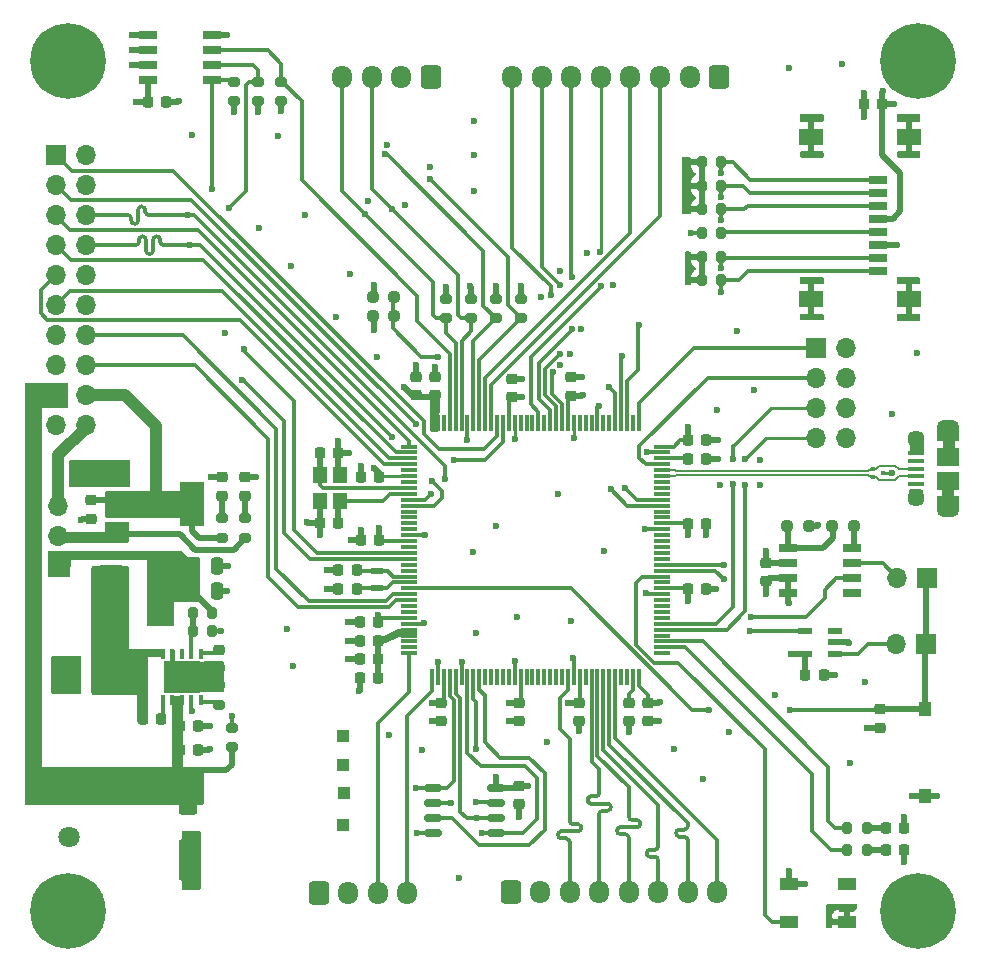
<source format=gbr>
%TF.GenerationSoftware,KiCad,Pcbnew,(6.0.0)*%
%TF.CreationDate,2022-01-20T18:10:17+07:00*%
%TF.ProjectId,CubeSat Thesis MCU V2,43756265-5361-4742-9054-686573697320,rev?*%
%TF.SameCoordinates,Original*%
%TF.FileFunction,Copper,L1,Top*%
%TF.FilePolarity,Positive*%
%FSLAX46Y46*%
G04 Gerber Fmt 4.6, Leading zero omitted, Abs format (unit mm)*
G04 Created by KiCad (PCBNEW (6.0.0)) date 2022-01-20 18:10:17*
%MOMM*%
%LPD*%
G01*
G04 APERTURE LIST*
G04 Aperture macros list*
%AMRoundRect*
0 Rectangle with rounded corners*
0 $1 Rounding radius*
0 $2 $3 $4 $5 $6 $7 $8 $9 X,Y pos of 4 corners*
0 Add a 4 corners polygon primitive as box body*
4,1,4,$2,$3,$4,$5,$6,$7,$8,$9,$2,$3,0*
0 Add four circle primitives for the rounded corners*
1,1,$1+$1,$2,$3*
1,1,$1+$1,$4,$5*
1,1,$1+$1,$6,$7*
1,1,$1+$1,$8,$9*
0 Add four rect primitives between the rounded corners*
20,1,$1+$1,$2,$3,$4,$5,0*
20,1,$1+$1,$4,$5,$6,$7,0*
20,1,$1+$1,$6,$7,$8,$9,0*
20,1,$1+$1,$8,$9,$2,$3,0*%
G04 Aperture macros list end*
%TA.AperFunction,SMDPad,CuDef*%
%ADD10RoundRect,0.225000X-0.225000X-0.250000X0.225000X-0.250000X0.225000X0.250000X-0.225000X0.250000X0*%
%TD*%
%TA.AperFunction,SMDPad,CuDef*%
%ADD11R,1.200000X0.600000*%
%TD*%
%TA.AperFunction,ComponentPad*%
%ADD12C,0.800000*%
%TD*%
%TA.AperFunction,ComponentPad*%
%ADD13C,6.400000*%
%TD*%
%TA.AperFunction,SMDPad,CuDef*%
%ADD14RoundRect,0.225000X-0.250000X0.225000X-0.250000X-0.225000X0.250000X-0.225000X0.250000X0.225000X0*%
%TD*%
%TA.AperFunction,SMDPad,CuDef*%
%ADD15RoundRect,0.225000X0.225000X0.250000X-0.225000X0.250000X-0.225000X-0.250000X0.225000X-0.250000X0*%
%TD*%
%TA.AperFunction,ComponentPad*%
%ADD16R,1.700000X1.700000*%
%TD*%
%TA.AperFunction,ComponentPad*%
%ADD17O,1.700000X1.700000*%
%TD*%
%TA.AperFunction,SMDPad,CuDef*%
%ADD18RoundRect,0.200000X-0.200000X-0.275000X0.200000X-0.275000X0.200000X0.275000X-0.200000X0.275000X0*%
%TD*%
%TA.AperFunction,SMDPad,CuDef*%
%ADD19RoundRect,0.200000X-0.275000X0.200000X-0.275000X-0.200000X0.275000X-0.200000X0.275000X0.200000X0*%
%TD*%
%TA.AperFunction,SMDPad,CuDef*%
%ADD20R,1.475000X0.300000*%
%TD*%
%TA.AperFunction,SMDPad,CuDef*%
%ADD21R,0.300000X1.475000*%
%TD*%
%TA.AperFunction,SMDPad,CuDef*%
%ADD22RoundRect,0.150000X-0.625000X-0.150000X0.625000X-0.150000X0.625000X0.150000X-0.625000X0.150000X0*%
%TD*%
%TA.AperFunction,SMDPad,CuDef*%
%ADD23RoundRect,0.250000X-0.550000X1.500000X-0.550000X-1.500000X0.550000X-1.500000X0.550000X1.500000X0*%
%TD*%
%TA.AperFunction,SMDPad,CuDef*%
%ADD24RoundRect,0.225000X0.250000X-0.225000X0.250000X0.225000X-0.250000X0.225000X-0.250000X-0.225000X0*%
%TD*%
%TA.AperFunction,SMDPad,CuDef*%
%ADD25RoundRect,0.218750X-0.218750X-0.256250X0.218750X-0.256250X0.218750X0.256250X-0.218750X0.256250X0*%
%TD*%
%TA.AperFunction,SMDPad,CuDef*%
%ADD26RoundRect,0.250000X-0.250000X-0.475000X0.250000X-0.475000X0.250000X0.475000X-0.250000X0.475000X0*%
%TD*%
%TA.AperFunction,ComponentPad*%
%ADD27RoundRect,0.250000X-0.600000X-0.725000X0.600000X-0.725000X0.600000X0.725000X-0.600000X0.725000X0*%
%TD*%
%TA.AperFunction,ComponentPad*%
%ADD28O,1.700000X1.950000*%
%TD*%
%TA.AperFunction,SMDPad,CuDef*%
%ADD29RoundRect,0.200000X0.275000X-0.200000X0.275000X0.200000X-0.275000X0.200000X-0.275000X-0.200000X0*%
%TD*%
%TA.AperFunction,SMDPad,CuDef*%
%ADD30R,1.100000X0.600000*%
%TD*%
%TA.AperFunction,SMDPad,CuDef*%
%ADD31R,1.350000X0.400000*%
%TD*%
%TA.AperFunction,SMDPad,CuDef*%
%ADD32R,1.900000X1.500000*%
%TD*%
%TA.AperFunction,ComponentPad*%
%ADD33O,1.900000X1.200000*%
%TD*%
%TA.AperFunction,ComponentPad*%
%ADD34C,1.450000*%
%TD*%
%TA.AperFunction,SMDPad,CuDef*%
%ADD35R,1.900000X1.200000*%
%TD*%
%TA.AperFunction,ComponentPad*%
%ADD36R,1.000000X1.000000*%
%TD*%
%TA.AperFunction,SMDPad,CuDef*%
%ADD37R,1.400000X1.390000*%
%TD*%
%TA.AperFunction,SMDPad,CuDef*%
%ADD38R,4.860000X3.360000*%
%TD*%
%TA.AperFunction,SMDPad,CuDef*%
%ADD39R,1.528000X0.650000*%
%TD*%
%TA.AperFunction,SMDPad,CuDef*%
%ADD40R,0.300000X0.300000*%
%TD*%
%TA.AperFunction,SMDPad,CuDef*%
%ADD41RoundRect,0.218750X-0.256250X0.218750X-0.256250X-0.218750X0.256250X-0.218750X0.256250X0.218750X0*%
%TD*%
%TA.AperFunction,SMDPad,CuDef*%
%ADD42R,0.350000X0.850000*%
%TD*%
%TA.AperFunction,SMDPad,CuDef*%
%ADD43R,3.100000X2.700000*%
%TD*%
%TA.AperFunction,SMDPad,CuDef*%
%ADD44RoundRect,0.237500X-0.250000X-0.237500X0.250000X-0.237500X0.250000X0.237500X-0.250000X0.237500X0*%
%TD*%
%TA.AperFunction,ComponentPad*%
%ADD45R,1.800000X1.800000*%
%TD*%
%TA.AperFunction,ComponentPad*%
%ADD46C,1.800000*%
%TD*%
%TA.AperFunction,SMDPad,CuDef*%
%ADD47R,1.500000X0.800000*%
%TD*%
%TA.AperFunction,SMDPad,CuDef*%
%ADD48R,2.000000X1.450000*%
%TD*%
%TA.AperFunction,SMDPad,CuDef*%
%ADD49R,1.525000X0.650000*%
%TD*%
%TA.AperFunction,SMDPad,CuDef*%
%ADD50RoundRect,0.237500X0.250000X0.237500X-0.250000X0.237500X-0.250000X-0.237500X0.250000X-0.237500X0*%
%TD*%
%TA.AperFunction,SMDPad,CuDef*%
%ADD51R,1.000000X1.200000*%
%TD*%
%TA.AperFunction,SMDPad,CuDef*%
%ADD52R,1.200000X1.400000*%
%TD*%
%TA.AperFunction,ComponentPad*%
%ADD53RoundRect,0.250000X0.600000X0.725000X-0.600000X0.725000X-0.600000X-0.725000X0.600000X-0.725000X0*%
%TD*%
%TA.AperFunction,SMDPad,CuDef*%
%ADD54RoundRect,0.218750X0.218750X0.256250X-0.218750X0.256250X-0.218750X-0.256250X0.218750X-0.256250X0*%
%TD*%
%TA.AperFunction,SMDPad,CuDef*%
%ADD55R,1.900000X5.100000*%
%TD*%
%TA.AperFunction,SMDPad,CuDef*%
%ADD56R,2.000000X1.500000*%
%TD*%
%TA.AperFunction,SMDPad,CuDef*%
%ADD57R,2.000000X3.800000*%
%TD*%
%TA.AperFunction,SMDPad,CuDef*%
%ADD58R,1.500000X1.000000*%
%TD*%
%TA.AperFunction,SMDPad,CuDef*%
%ADD59RoundRect,0.200000X0.200000X0.275000X-0.200000X0.275000X-0.200000X-0.275000X0.200000X-0.275000X0*%
%TD*%
%TA.AperFunction,ViaPad*%
%ADD60C,0.600000*%
%TD*%
%TA.AperFunction,Conductor*%
%ADD61C,0.300000*%
%TD*%
%TA.AperFunction,Conductor*%
%ADD62C,0.250000*%
%TD*%
%TA.AperFunction,Conductor*%
%ADD63C,0.500000*%
%TD*%
%TA.AperFunction,Conductor*%
%ADD64C,0.260000*%
%TD*%
%TA.AperFunction,Conductor*%
%ADD65C,1.000000*%
%TD*%
%TA.AperFunction,Conductor*%
%ADD66C,0.210000*%
%TD*%
G04 APERTURE END LIST*
D10*
%TO.P,C10,1*%
%TO.N,/Microcontroller/HSE_IN*%
X100350000Y-87225000D03*
%TO.P,C10,2*%
%TO.N,GND*%
X101900000Y-87225000D03*
%TD*%
D11*
%TO.P,U3,1,~{RESET}*%
%TO.N,Net-(J4-Pad2)*%
X143925000Y-104200000D03*
%TO.P,U3,2,GND*%
%TO.N,GND*%
X143925000Y-103250000D03*
%TO.P,U3,3,~{MR}*%
%TO.N,unconnected-(U3-Pad3)*%
X143925000Y-102300000D03*
%TO.P,U3,4,WDI*%
%TO.N,/Microcontroller/WDI2*%
X141425000Y-102300000D03*
%TO.P,U3,5,VDD*%
%TO.N,+3V3*%
X141425000Y-104200000D03*
%TD*%
D12*
%TO.P,H2,1,1*%
%TO.N,GND*%
X153400000Y-54000000D03*
X152697056Y-55697056D03*
X149302944Y-52302944D03*
X148600000Y-54000000D03*
X151000000Y-51600000D03*
X149302944Y-55697056D03*
X152697056Y-52302944D03*
X151000000Y-56400000D03*
D13*
X151000000Y-54000000D03*
%TD*%
D14*
%TO.P,C7,1*%
%TO.N,/LMR14030_SS*%
X91800000Y-103875000D03*
%TO.P,C7,2*%
%TO.N,GND*%
X91800000Y-105425000D03*
%TD*%
%TO.P,C28,1*%
%TO.N,+3V3*%
X110600000Y-108350000D03*
%TO.P,C28,2*%
%TO.N,GND*%
X110600000Y-109900000D03*
%TD*%
D15*
%TO.P,C12,1*%
%TO.N,/Microcontroller/LSE_IN*%
X103475000Y-97125000D03*
%TO.P,C12,2*%
%TO.N,GND*%
X101925000Y-97125000D03*
%TD*%
D16*
%TO.P,J12,1,Pin_1*%
%TO.N,/Microcontroller/D1_SPEED*%
X78000000Y-62000000D03*
D17*
%TO.P,J12,2,Pin_2*%
%TO.N,/Microcontroller/I2C1_SDA*%
X80540000Y-62000000D03*
%TO.P,J12,3,Pin_3*%
%TO.N,/Microcontroller/D1_DIR*%
X78000000Y-64540000D03*
%TO.P,J12,4,Pin_4*%
%TO.N,/Microcontroller/I2C1_SCL*%
X80540000Y-64540000D03*
%TO.P,J12,5,Pin_5*%
%TO.N,/Microcontroller/D1_DRVOFF*%
X78000000Y-67080000D03*
%TO.P,J12,6,Pin_6*%
%TO.N,/Memory and Sensor/TEMP_SDA*%
X80540000Y-67080000D03*
%TO.P,J12,7,Pin_7*%
%TO.N,/Microcontroller/D1_BREAK*%
X78000000Y-69620000D03*
%TO.P,J12,8,Pin_8*%
%TO.N,/Memory and Sensor/TEMP_SCL*%
X80540000Y-69620000D03*
%TO.P,J12,9,Pin_9*%
%TO.N,/Microcontroller/D2_SPEED*%
X78000000Y-72160000D03*
%TO.P,J12,10,Pin_10*%
%TO.N,/Microcontroller/I2C4_SDA*%
X80540000Y-72160000D03*
%TO.P,J12,11,Pin_11*%
%TO.N,/Microcontroller/D2_DIR*%
X78000000Y-74700000D03*
%TO.P,J12,12,Pin_12*%
%TO.N,/Microcontroller/I2C4_SCL*%
X80540000Y-74700000D03*
%TO.P,J12,13,Pin_13*%
%TO.N,/Microcontroller/ALERT_INA238_1*%
X78000000Y-77240000D03*
%TO.P,J12,14,Pin_14*%
%TO.N,/Microcontroller/ADC_Sense1*%
X80540000Y-77240000D03*
%TO.P,J12,15,Pin_15*%
%TO.N,/Microcontroller/ALERT_INA238_2*%
X78000000Y-79780000D03*
%TO.P,J12,16,Pin_16*%
%TO.N,/Microcontroller/ADC_Sense2*%
X80540000Y-79780000D03*
%TO.P,J12,17,Pin_17*%
%TO.N,+12V*%
X78000000Y-82320000D03*
%TO.P,J12,18,Pin_18*%
%TO.N,+3V3*%
X80540000Y-82320000D03*
%TO.P,J12,19,Pin_19*%
%TO.N,GND*%
X78000000Y-84860000D03*
%TO.P,J12,20,Pin_20*%
%TO.N,/5V_ISOLATE*%
X80540000Y-84860000D03*
%TD*%
D18*
%TO.P,R7,1*%
%TO.N,/Microcontroller/LED1*%
X145000000Y-119000000D03*
%TO.P,R7,2*%
%TO.N,Net-(D4-Pad2)*%
X146650000Y-119000000D03*
%TD*%
%TO.P,R23,1*%
%TO.N,+3V3*%
X132675000Y-66600000D03*
%TO.P,R23,2*%
%TO.N,/Memory and Sensor/SDIO_CMD*%
X134325000Y-66600000D03*
%TD*%
D12*
%TO.P,H4,1,1*%
%TO.N,GND*%
X148600000Y-126000000D03*
X149302944Y-124302944D03*
X151000000Y-123600000D03*
D13*
X151000000Y-126000000D03*
D12*
X153400000Y-126000000D03*
X152697056Y-127697056D03*
X149302944Y-127697056D03*
X152697056Y-124302944D03*
X151000000Y-128400000D03*
%TD*%
D19*
%TO.P,R14,1*%
%TO.N,+3V3*%
X111000000Y-74175000D03*
%TO.P,R14,2*%
%TO.N,/Microcontroller/I2C4_SDA*%
X111000000Y-75825000D03*
%TD*%
D20*
%TO.P,IC2,1,PE2*%
%TO.N,/Microcontroller/D1_DRVOFF*%
X107862000Y-86675000D03*
%TO.P,IC2,2,PE3*%
%TO.N,/Microcontroller/D1_BREAK*%
X107862000Y-87175000D03*
%TO.P,IC2,3,PE4*%
%TO.N,/Microcontroller/D2_DIR*%
X107862000Y-87675000D03*
%TO.P,IC2,4,PE5*%
%TO.N,/Microcontroller/D2_SPEED*%
X107862000Y-88175000D03*
%TO.P,IC2,5,PE6*%
%TO.N,unconnected-(IC2-Pad5)*%
X107862000Y-88675000D03*
%TO.P,IC2,6,VBAT*%
%TO.N,+3V3*%
X107862000Y-89175000D03*
%TO.P,IC2,7,PC13*%
%TO.N,unconnected-(IC2-Pad7)*%
X107862000Y-89675000D03*
%TO.P,IC2,8,PC14-OSC32_IN*%
%TO.N,/Microcontroller/HSE_IN*%
X107862000Y-90175000D03*
%TO.P,IC2,9,PC15-OSC32_OUT*%
%TO.N,/Microcontroller/HSE_OUT*%
X107862000Y-90675000D03*
%TO.P,IC2,10,PF0*%
%TO.N,/Memory and Sensor/TEMP_SDA*%
X107862000Y-91175000D03*
%TO.P,IC2,11,PF1*%
%TO.N,/Memory and Sensor/TEMP_SCL*%
X107862000Y-91675000D03*
%TO.P,IC2,12,PF2*%
%TO.N,unconnected-(IC2-Pad12)*%
X107862000Y-92175000D03*
%TO.P,IC2,13,PF3*%
%TO.N,unconnected-(IC2-Pad13)*%
X107862000Y-92675000D03*
%TO.P,IC2,14,PF4*%
%TO.N,unconnected-(IC2-Pad14)*%
X107862000Y-93175000D03*
%TO.P,IC2,15,PF5*%
%TO.N,unconnected-(IC2-Pad15)*%
X107862000Y-93675000D03*
%TO.P,IC2,16,VSS_1*%
%TO.N,GND*%
X107862000Y-94175000D03*
%TO.P,IC2,17,VDD_1*%
%TO.N,+3V3*%
X107862000Y-94675000D03*
%TO.P,IC2,18,PF6*%
%TO.N,unconnected-(IC2-Pad18)*%
X107862000Y-95175000D03*
%TO.P,IC2,19,PF7*%
%TO.N,/Microcontroller/ALERT_INA238_1*%
X107862000Y-95675000D03*
%TO.P,IC2,20,PF8*%
%TO.N,/Microcontroller/ALERT_INA238_2*%
X107862000Y-96175000D03*
%TO.P,IC2,21,PF9*%
%TO.N,unconnected-(IC2-Pad21)*%
X107862000Y-96675000D03*
%TO.P,IC2,22,PF10*%
%TO.N,unconnected-(IC2-Pad22)*%
X107862000Y-97175000D03*
%TO.P,IC2,23,PH0-OSC_IN*%
%TO.N,/Microcontroller/LSE_IN*%
X107862000Y-97675000D03*
%TO.P,IC2,24,PH1-OSC_OUT*%
%TO.N,/Microcontroller/LSE_OUT*%
X107862000Y-98175000D03*
%TO.P,IC2,25,NRST*%
%TO.N,/Microcontroller/NRST*%
X107862000Y-98675000D03*
%TO.P,IC2,26,PC0*%
%TO.N,/Microcontroller/ADC_Sense1*%
X107862000Y-99175000D03*
%TO.P,IC2,27,PC1*%
%TO.N,/Microcontroller/ADC_Sense2*%
X107862000Y-99675000D03*
%TO.P,IC2,28,PC2_C*%
%TO.N,unconnected-(IC2-Pad28)*%
X107862000Y-100175000D03*
%TO.P,IC2,29,PC3_C*%
%TO.N,unconnected-(IC2-Pad29)*%
X107862000Y-100675000D03*
%TO.P,IC2,30,VDD_2*%
%TO.N,+3V3*%
X107862000Y-101175000D03*
%TO.P,IC2,31,VSSA*%
%TO.N,GND*%
X107862000Y-101675000D03*
%TO.P,IC2,32,VREF+*%
%TO.N,+3.3VA*%
X107862000Y-102175000D03*
%TO.P,IC2,33,VDDA*%
X107862000Y-102675000D03*
%TO.P,IC2,34,PA0*%
%TO.N,unconnected-(IC2-Pad34)*%
X107862000Y-103175000D03*
%TO.P,IC2,35,PA1*%
%TO.N,unconnected-(IC2-Pad35)*%
X107862000Y-103675000D03*
%TO.P,IC2,36,PA2*%
%TO.N,/Microcontroller/UART2_TX*%
X107862000Y-104175000D03*
D21*
%TO.P,IC2,37,PA3*%
%TO.N,/Microcontroller/UART2_RX*%
X109850000Y-106163000D03*
%TO.P,IC2,38,VSS_2*%
%TO.N,GND*%
X110350000Y-106163000D03*
%TO.P,IC2,39,VDD_3*%
%TO.N,+3V3*%
X110850000Y-106163000D03*
%TO.P,IC2,40,PA4*%
%TO.N,/Memory and Sensor/FRAM_CS*%
X111350000Y-106163000D03*
%TO.P,IC2,41,PA5*%
%TO.N,/Memory and Sensor/FRAM_SCK*%
X111850000Y-106163000D03*
%TO.P,IC2,42,PA6*%
%TO.N,/Memory and Sensor/FRAM_MISO*%
X112350000Y-106163000D03*
%TO.P,IC2,43,PA7*%
%TO.N,/Memory and Sensor/FRAM_MOSI*%
X112850000Y-106163000D03*
%TO.P,IC2,44,PC4*%
%TO.N,/Memory and Sensor/FRAM_HOLD*%
X113350000Y-106163000D03*
%TO.P,IC2,45,PC5*%
%TO.N,/Memory and Sensor/FRAM_WP*%
X113850000Y-106163000D03*
%TO.P,IC2,46,PB0*%
%TO.N,unconnected-(IC2-Pad46)*%
X114350000Y-106163000D03*
%TO.P,IC2,47,PB1*%
%TO.N,unconnected-(IC2-Pad47)*%
X114850000Y-106163000D03*
%TO.P,IC2,48,PB2*%
%TO.N,unconnected-(IC2-Pad48)*%
X115350000Y-106163000D03*
%TO.P,IC2,49,PF11*%
%TO.N,unconnected-(IC2-Pad49)*%
X115850000Y-106163000D03*
%TO.P,IC2,50,PF12*%
%TO.N,unconnected-(IC2-Pad50)*%
X116350000Y-106163000D03*
%TO.P,IC2,51,VSS_3*%
%TO.N,GND*%
X116850000Y-106163000D03*
%TO.P,IC2,52,VDD_4*%
%TO.N,+3V3*%
X117350000Y-106163000D03*
%TO.P,IC2,53,PF13*%
%TO.N,unconnected-(IC2-Pad53)*%
X117850000Y-106163000D03*
%TO.P,IC2,54,PF14*%
%TO.N,unconnected-(IC2-Pad54)*%
X118350000Y-106163000D03*
%TO.P,IC2,55,PF15*%
%TO.N,unconnected-(IC2-Pad55)*%
X118850000Y-106163000D03*
%TO.P,IC2,56,PG0*%
%TO.N,unconnected-(IC2-Pad56)*%
X119350000Y-106163000D03*
%TO.P,IC2,57,PG1*%
%TO.N,unconnected-(IC2-Pad57)*%
X119850000Y-106163000D03*
%TO.P,IC2,58,PE7*%
%TO.N,unconnected-(IC2-Pad58)*%
X120350000Y-106163000D03*
%TO.P,IC2,59,PE8*%
%TO.N,unconnected-(IC2-Pad59)*%
X120850000Y-106163000D03*
%TO.P,IC2,60,PE9*%
%TO.N,/Microcontroller/TIM1_CH1*%
X121350000Y-106163000D03*
%TO.P,IC2,61,VSS_4*%
%TO.N,GND*%
X121850000Y-106163000D03*
%TO.P,IC2,62,VDD_5*%
%TO.N,+3V3*%
X122350000Y-106163000D03*
%TO.P,IC2,63,PE10*%
%TO.N,unconnected-(IC2-Pad63)*%
X122850000Y-106163000D03*
%TO.P,IC2,64,PE11*%
%TO.N,/Microcontroller/TIM1_CH2*%
X123350000Y-106163000D03*
%TO.P,IC2,65,PE12*%
%TO.N,/Microcontroller/SPI4_SCK*%
X123850000Y-106163000D03*
%TO.P,IC2,66,PE13*%
%TO.N,/Microcontroller/SPI4_MISO*%
X124350000Y-106163000D03*
%TO.P,IC2,67,PE14*%
%TO.N,/Microcontroller/SPI4_MOSI*%
X124850000Y-106163000D03*
%TO.P,IC2,68,PE15*%
%TO.N,/Microcontroller/SPI4_CS*%
X125350000Y-106163000D03*
%TO.P,IC2,69,PB10*%
%TO.N,unconnected-(IC2-Pad69)*%
X125850000Y-106163000D03*
%TO.P,IC2,70,PB11*%
%TO.N,unconnected-(IC2-Pad70)*%
X126350000Y-106163000D03*
%TO.P,IC2,71,VCAP_1*%
%TO.N,Net-(C14-Pad1)*%
X126850000Y-106163000D03*
%TO.P,IC2,72,VDD_6*%
%TO.N,+3V3*%
X127350000Y-106163000D03*
D20*
%TO.P,IC2,73,PB12*%
%TO.N,unconnected-(IC2-Pad73)*%
X129338000Y-104175000D03*
%TO.P,IC2,74,PB13*%
%TO.N,/Microcontroller/LED2*%
X129338000Y-103675000D03*
%TO.P,IC2,75,PB14*%
%TO.N,/Microcontroller/LED1*%
X129338000Y-103175000D03*
%TO.P,IC2,76,PB15*%
%TO.N,unconnected-(IC2-Pad76)*%
X129338000Y-102675000D03*
%TO.P,IC2,77,PD8*%
%TO.N,/Microcontroller/UART3_TX*%
X129338000Y-102175000D03*
%TO.P,IC2,78,PD9*%
%TO.N,/Microcontroller/UART3_RX*%
X129338000Y-101675000D03*
%TO.P,IC2,79,PD10*%
%TO.N,unconnected-(IC2-Pad79)*%
X129338000Y-101175000D03*
%TO.P,IC2,80,PD11*%
%TO.N,unconnected-(IC2-Pad80)*%
X129338000Y-100675000D03*
%TO.P,IC2,81,PD12*%
%TO.N,unconnected-(IC2-Pad81)*%
X129338000Y-100175000D03*
%TO.P,IC2,82,PD13*%
%TO.N,unconnected-(IC2-Pad82)*%
X129338000Y-99675000D03*
%TO.P,IC2,83,VSS_5*%
%TO.N,GND*%
X129338000Y-99175000D03*
%TO.P,IC2,84,VDD_7*%
%TO.N,+3V3*%
X129338000Y-98675000D03*
%TO.P,IC2,85,PD14*%
%TO.N,unconnected-(IC2-Pad85)*%
X129338000Y-98175000D03*
%TO.P,IC2,86,PD15*%
%TO.N,/Microcontroller/PWM_LED*%
X129338000Y-97675000D03*
%TO.P,IC2,87,PG2*%
%TO.N,/Microcontroller/WDI2*%
X129338000Y-97175000D03*
%TO.P,IC2,88,PG3*%
%TO.N,/Microcontroller/WDI1*%
X129338000Y-96675000D03*
%TO.P,IC2,89,PG4*%
%TO.N,unconnected-(IC2-Pad89)*%
X129338000Y-96175000D03*
%TO.P,IC2,90,PG5*%
%TO.N,unconnected-(IC2-Pad90)*%
X129338000Y-95675000D03*
%TO.P,IC2,91,PG6*%
%TO.N,unconnected-(IC2-Pad91)*%
X129338000Y-95175000D03*
%TO.P,IC2,92,PG7*%
%TO.N,unconnected-(IC2-Pad92)*%
X129338000Y-94675000D03*
%TO.P,IC2,93,PG8*%
%TO.N,unconnected-(IC2-Pad93)*%
X129338000Y-94175000D03*
%TO.P,IC2,94,VSS_6*%
%TO.N,GND*%
X129338000Y-93675000D03*
%TO.P,IC2,95,VDD33USB*%
%TO.N,+3V3*%
X129338000Y-93175000D03*
%TO.P,IC2,96,PC6*%
%TO.N,unconnected-(IC2-Pad96)*%
X129338000Y-92675000D03*
%TO.P,IC2,97,PC7*%
%TO.N,unconnected-(IC2-Pad97)*%
X129338000Y-92175000D03*
%TO.P,IC2,98,PC8*%
%TO.N,/Memory and Sensor/SDIO_D0*%
X129338000Y-91675000D03*
%TO.P,IC2,99,PC9*%
%TO.N,/Memory and Sensor/SDIO_D1*%
X129338000Y-91175000D03*
%TO.P,IC2,100,PA8*%
%TO.N,unconnected-(IC2-Pad100)*%
X129338000Y-90675000D03*
%TO.P,IC2,101,PA9*%
%TO.N,unconnected-(IC2-Pad101)*%
X129338000Y-90175000D03*
%TO.P,IC2,102,PA10*%
%TO.N,unconnected-(IC2-Pad102)*%
X129338000Y-89675000D03*
%TO.P,IC2,103,PA11*%
%TO.N,/Microcontroller/USB_N*%
X129338000Y-89175000D03*
%TO.P,IC2,104,PA12*%
%TO.N,/Microcontroller/USB_P*%
X129338000Y-88675000D03*
%TO.P,IC2,105,PA13*%
%TO.N,/Microcontroller/SWDIO*%
X129338000Y-88175000D03*
%TO.P,IC2,106,VCAP_2*%
%TO.N,Net-(C15-Pad1)*%
X129338000Y-87675000D03*
%TO.P,IC2,107,VSS_7*%
%TO.N,GND*%
X129338000Y-87175000D03*
%TO.P,IC2,108,VDD_8*%
%TO.N,+3V3*%
X129338000Y-86675000D03*
D21*
%TO.P,IC2,109,PA14*%
%TO.N,/Microcontroller/SWCLK*%
X127350000Y-84687000D03*
%TO.P,IC2,110,PA15*%
%TO.N,unconnected-(IC2-Pad110)*%
X126850000Y-84687000D03*
%TO.P,IC2,111,PC10*%
%TO.N,/Memory and Sensor/SDIO_D2*%
X126350000Y-84687000D03*
%TO.P,IC2,112,PC11*%
%TO.N,/Memory and Sensor/SDIO_D3*%
X125850000Y-84687000D03*
%TO.P,IC2,113,PC12*%
%TO.N,/Memory and Sensor/SDIO_CLK*%
X125350000Y-84687000D03*
%TO.P,IC2,114,PD0*%
%TO.N,unconnected-(IC2-Pad114)*%
X124850000Y-84687000D03*
%TO.P,IC2,115,PD1*%
%TO.N,unconnected-(IC2-Pad115)*%
X124350000Y-84687000D03*
%TO.P,IC2,116,PD2*%
%TO.N,/Memory and Sensor/SDIO_CMD*%
X123850000Y-84687000D03*
%TO.P,IC2,117,PD3*%
%TO.N,unconnected-(IC2-Pad117)*%
X123350000Y-84687000D03*
%TO.P,IC2,118,PD4*%
%TO.N,unconnected-(IC2-Pad118)*%
X122850000Y-84687000D03*
%TO.P,IC2,119,PD5*%
%TO.N,unconnected-(IC2-Pad119)*%
X122350000Y-84687000D03*
%TO.P,IC2,120,VSS_8*%
%TO.N,GND*%
X121850000Y-84687000D03*
%TO.P,IC2,121,VDD_9*%
%TO.N,+3V3*%
X121350000Y-84687000D03*
%TO.P,IC2,122,PD6*%
%TO.N,/Microcontroller/SPI1_CS*%
X120850000Y-84687000D03*
%TO.P,IC2,123,PD7*%
%TO.N,/Microcontroller/SPI1_MOSI*%
X120350000Y-84687000D03*
%TO.P,IC2,124,PG9*%
%TO.N,/Microcontroller/SPI1_MISO*%
X119850000Y-84687000D03*
%TO.P,IC2,125,PG10*%
%TO.N,unconnected-(IC2-Pad125)*%
X119350000Y-84687000D03*
%TO.P,IC2,126,PG11*%
%TO.N,/Microcontroller/SPI1_SCK*%
X118850000Y-84687000D03*
%TO.P,IC2,127,PG12*%
%TO.N,unconnected-(IC2-Pad127)*%
X118350000Y-84687000D03*
%TO.P,IC2,128,PG13*%
%TO.N,unconnected-(IC2-Pad128)*%
X117850000Y-84687000D03*
%TO.P,IC2,129,PG14*%
%TO.N,unconnected-(IC2-Pad129)*%
X117350000Y-84687000D03*
%TO.P,IC2,130,VSS_9*%
%TO.N,GND*%
X116850000Y-84687000D03*
%TO.P,IC2,131,VDD_10*%
%TO.N,+3V3*%
X116350000Y-84687000D03*
%TO.P,IC2,132,PG15*%
%TO.N,/Microcontroller/D1_DIR*%
X115850000Y-84687000D03*
%TO.P,IC2,133,PB3*%
%TO.N,/Microcontroller/D1_SPEED*%
X115350000Y-84687000D03*
%TO.P,IC2,134,PB4*%
%TO.N,/Microcontroller/TIM3_CH1*%
X114850000Y-84687000D03*
%TO.P,IC2,135,PB5*%
%TO.N,/Microcontroller/TIM3_CH2*%
X114350000Y-84687000D03*
%TO.P,IC2,136,PB6*%
%TO.N,/Microcontroller/I2C1_SCL*%
X113850000Y-84687000D03*
%TO.P,IC2,137,PB7*%
%TO.N,/Microcontroller/I2C1_SDA*%
X113350000Y-84687000D03*
%TO.P,IC2,138,BOOT0*%
%TO.N,/Microcontroller/BOOT0*%
X112850000Y-84687000D03*
%TO.P,IC2,139,PB8*%
%TO.N,/Microcontroller/I2C4_SCL*%
X112350000Y-84687000D03*
%TO.P,IC2,140,PB9*%
%TO.N,/Microcontroller/I2C4_SDA*%
X111850000Y-84687000D03*
%TO.P,IC2,141,PE0*%
%TO.N,/Memory and Sensor/TEMP_ALERT*%
X111350000Y-84687000D03*
%TO.P,IC2,142,PE1*%
%TO.N,unconnected-(IC2-Pad142)*%
X110850000Y-84687000D03*
%TO.P,IC2,143,PDR_ON*%
%TO.N,+3V3*%
X110350000Y-84687000D03*
%TO.P,IC2,144,VDD_11*%
X109850000Y-84687000D03*
%TD*%
D22*
%TO.P,U4,1,~{CS}*%
%TO.N,/Memory and Sensor/FRAM_CS*%
X109925000Y-115595000D03*
%TO.P,U4,2,SO*%
%TO.N,/Memory and Sensor/FRAM_MISO*%
X109925000Y-116865000D03*
%TO.P,U4,3,~{WP}*%
%TO.N,/Memory and Sensor/FRAM_WP*%
X109925000Y-118135000D03*
%TO.P,U4,4,GND*%
%TO.N,GND*%
X109925000Y-119405000D03*
%TO.P,U4,5,SI*%
%TO.N,/Memory and Sensor/FRAM_MOSI*%
X115275000Y-119405000D03*
%TO.P,U4,6,SCK*%
%TO.N,/Memory and Sensor/FRAM_SCK*%
X115275000Y-118135000D03*
%TO.P,U4,7,~{HOLD}*%
%TO.N,/Memory and Sensor/FRAM_HOLD*%
X115275000Y-116865000D03*
%TO.P,U4,8,VDD*%
%TO.N,+3V3*%
X115275000Y-115595000D03*
%TD*%
D23*
%TO.P,C1,1*%
%TO.N,+12V*%
X89200000Y-116100000D03*
%TO.P,C1,2*%
%TO.N,GND*%
X89200000Y-121700000D03*
%TD*%
D14*
%TO.P,C32,1*%
%TO.N,/Microcontroller/NRST*%
X147800000Y-108925000D03*
%TO.P,C32,2*%
%TO.N,GND*%
X147800000Y-110475000D03*
%TD*%
D24*
%TO.P,C18,1*%
%TO.N,+3V3*%
X116650000Y-82500000D03*
%TO.P,C18,2*%
%TO.N,GND*%
X116650000Y-80950000D03*
%TD*%
D25*
%TO.P,L2,1*%
%TO.N,+3V3*%
X103712500Y-106300000D03*
%TO.P,L2,2*%
%TO.N,+3.3VA*%
X105287500Y-106300000D03*
%TD*%
D26*
%TO.P,C8,1*%
%TO.N,/5V_SWITCHING*%
X89700000Y-96763500D03*
%TO.P,C8,2*%
%TO.N,GND*%
X91600000Y-96763500D03*
%TD*%
D10*
%TO.P,C3,1*%
%TO.N,+12V*%
X88475000Y-112350000D03*
%TO.P,C3,2*%
%TO.N,GND*%
X90025000Y-112350000D03*
%TD*%
D27*
%TO.P,J8,1,Pin_1*%
%TO.N,+3V3*%
X116500000Y-124400000D03*
D28*
%TO.P,J8,2,Pin_2*%
%TO.N,GND*%
X119000000Y-124400000D03*
%TO.P,J8,3,Pin_3*%
%TO.N,/Microcontroller/TIM1_CH1*%
X121500000Y-124400000D03*
%TO.P,J8,4,Pin_4*%
%TO.N,/Microcontroller/TIM1_CH2*%
X124000000Y-124400000D03*
%TO.P,J8,5,Pin_5*%
%TO.N,/Microcontroller/SPI4_SCK*%
X126500000Y-124400000D03*
%TO.P,J8,6,Pin_6*%
%TO.N,/Microcontroller/SPI4_MISO*%
X129000000Y-124400000D03*
%TO.P,J8,7,Pin_7*%
%TO.N,/Microcontroller/SPI4_MOSI*%
X131500000Y-124400000D03*
%TO.P,J8,8,Pin_8*%
%TO.N,/Microcontroller/SPI4_CS*%
X134000000Y-124400000D03*
%TD*%
D15*
%TO.P,C11,1*%
%TO.N,/Microcontroller/HSE_OUT*%
X101900000Y-93125000D03*
%TO.P,C11,2*%
%TO.N,GND*%
X100350000Y-93125000D03*
%TD*%
D19*
%TO.P,R9,1*%
%TO.N,/Memory and Sensor/TEMP_SDA*%
X93100000Y-55775000D03*
%TO.P,R9,2*%
%TO.N,+3V3*%
X93100000Y-57425000D03*
%TD*%
D29*
%TO.P,R19,1*%
%TO.N,+3V3*%
X97100000Y-57425000D03*
%TO.P,R19,2*%
%TO.N,/Memory and Sensor/TEMP_ALERT*%
X97100000Y-55775000D03*
%TD*%
D24*
%TO.P,C20,1*%
%TO.N,+3V3*%
X121600000Y-82375000D03*
%TO.P,C20,2*%
%TO.N,GND*%
X121600000Y-80825000D03*
%TD*%
D30*
%TO.P,Y2,1,1*%
%TO.N,/Microcontroller/LSE_OUT*%
X105200000Y-98625000D03*
%TO.P,Y2,2,2*%
%TO.N,/Microcontroller/LSE_IN*%
X105200000Y-97225000D03*
%TD*%
D24*
%TO.P,C16,1*%
%TO.N,+3V3*%
X108500000Y-82350000D03*
%TO.P,C16,2*%
%TO.N,GND*%
X108500000Y-80800000D03*
%TD*%
D15*
%TO.P,C31,1*%
%TO.N,+3V3*%
X105375000Y-89225000D03*
%TO.P,C31,2*%
%TO.N,GND*%
X103825000Y-89225000D03*
%TD*%
D24*
%TO.P,C17,1*%
%TO.N,+3V3*%
X110100000Y-82350000D03*
%TO.P,C17,2*%
%TO.N,GND*%
X110100000Y-80800000D03*
%TD*%
D16*
%TO.P,J1,1,Pin_1*%
%TO.N,/5V_SWITCHING*%
X78207000Y-96759000D03*
D17*
%TO.P,J1,2,Pin_2*%
%TO.N,+5V*%
X78207000Y-94219000D03*
%TO.P,J1,3,Pin_3*%
%TO.N,/5V_ISOLATE*%
X78207000Y-91679000D03*
%TD*%
D13*
%TO.P,H1,1,1*%
%TO.N,GND*%
X79000000Y-54000000D03*
D12*
X79000000Y-51600000D03*
X81400000Y-54000000D03*
X77302944Y-55697056D03*
X80697056Y-52302944D03*
X76600000Y-54000000D03*
X79000000Y-56400000D03*
X77302944Y-52302944D03*
X80697056Y-55697056D03*
%TD*%
D10*
%TO.P,C27,1*%
%TO.N,+3V3*%
X141450000Y-106000000D03*
%TO.P,C27,2*%
%TO.N,GND*%
X143000000Y-106000000D03*
%TD*%
%TO.P,C36,1*%
%TO.N,+3V3*%
X85775000Y-57475000D03*
%TO.P,C36,2*%
%TO.N,GND*%
X87325000Y-57475000D03*
%TD*%
D31*
%TO.P,J3,1,VBUS*%
%TO.N,VBUS*%
X150800000Y-89850000D03*
%TO.P,J3,2,D-*%
%TO.N,/Microcontroller/USB_N*%
X150800000Y-89200000D03*
%TO.P,J3,3,D+*%
%TO.N,/Microcontroller/USB_P*%
X150800000Y-88550000D03*
%TO.P,J3,4,ID*%
%TO.N,unconnected-(J3-Pad4)*%
X150800000Y-87900000D03*
%TO.P,J3,5,GND*%
%TO.N,GND*%
X150800000Y-87250000D03*
D32*
%TO.P,J3,6,Shield*%
X153500000Y-87550000D03*
D33*
X153500000Y-85050000D03*
X153500000Y-92050000D03*
D32*
X153500000Y-89550000D03*
D34*
X150800000Y-91050000D03*
D35*
X153500000Y-85650000D03*
D34*
X150800000Y-86050000D03*
D35*
X153500000Y-91450000D03*
%TD*%
D18*
%TO.P,R6,1*%
%TO.N,/LMR14030_FB*%
X89588500Y-102317500D03*
%TO.P,R6,2*%
%TO.N,GND*%
X91238500Y-102317500D03*
%TD*%
D36*
%TO.P,TP1,1,1*%
%TO.N,/Memory and Sensor/FRAM_MISO*%
X102300000Y-113600000D03*
%TD*%
D18*
%TO.P,R22,1*%
%TO.N,/Memory and Sensor/SDIO_CLK*%
X132675000Y-68600000D03*
%TO.P,R22,2*%
%TO.N,Net-(J11-Pad5)*%
X134325000Y-68600000D03*
%TD*%
%TO.P,R12,1*%
%TO.N,/Microcontroller/LED2*%
X145000000Y-120800000D03*
%TO.P,R12,2*%
%TO.N,Net-(D5-Pad2)*%
X146650000Y-120800000D03*
%TD*%
D15*
%TO.P,C29,1*%
%TO.N,+3V3*%
X105275000Y-101500000D03*
%TO.P,C29,2*%
%TO.N,GND*%
X103725000Y-101500000D03*
%TD*%
D37*
%TO.P,D3,1,A*%
%TO.N,GND*%
X79448000Y-106920000D03*
%TO.P,D3,2,A*%
X79448000Y-105080000D03*
D38*
%TO.P,D3,3,K*%
%TO.N,/LMR14030_SW*%
X83430000Y-106000000D03*
%TD*%
D10*
%TO.P,C23,1*%
%TO.N,+3V3*%
X131525000Y-98725000D03*
%TO.P,C23,2*%
%TO.N,GND*%
X133075000Y-98725000D03*
%TD*%
D39*
%TO.P,IC4,1,SDA*%
%TO.N,/Memory and Sensor/TEMP_SDA*%
X91211000Y-55655000D03*
%TO.P,IC4,2,SCL*%
%TO.N,/Memory and Sensor/TEMP_SCL*%
X91211000Y-54385000D03*
%TO.P,IC4,3,ALERT*%
%TO.N,/Memory and Sensor/TEMP_ALERT*%
X91211000Y-53115000D03*
%TO.P,IC4,4,GND*%
%TO.N,GND*%
X91211000Y-51845000D03*
%TO.P,IC4,5,A2*%
X85789000Y-51845000D03*
%TO.P,IC4,6,A1*%
X85789000Y-53115000D03*
%TO.P,IC4,7,A0*%
X85789000Y-54385000D03*
%TO.P,IC4,8,VS*%
%TO.N,+3V3*%
X85789000Y-55655000D03*
%TD*%
D15*
%TO.P,C5,1*%
%TO.N,/LMR14030_BOOT*%
X86888500Y-109717500D03*
%TO.P,C5,2*%
%TO.N,/LMR14030_SW*%
X85338500Y-109717500D03*
%TD*%
D19*
%TO.P,R13,1*%
%TO.N,+3V3*%
X113133333Y-74175000D03*
%TO.P,R13,2*%
%TO.N,/Microcontroller/I2C4_SCL*%
X113133333Y-75825000D03*
%TD*%
D40*
%TO.P,U2,1,D+*%
%TO.N,/Microcontroller/USB_P*%
X147202500Y-88575000D03*
%TO.P,U2,2,D-*%
%TO.N,/Microcontroller/USB_N*%
X147202500Y-89275000D03*
%TO.P,U2,3,GND*%
%TO.N,GND*%
X148052500Y-88925000D03*
%TD*%
D26*
%TO.P,C9,1*%
%TO.N,/5V_SWITCHING*%
X89700000Y-98863500D03*
%TO.P,C9,2*%
%TO.N,GND*%
X91600000Y-98863500D03*
%TD*%
D10*
%TO.P,C21,1*%
%TO.N,+3V3*%
X131525000Y-86150000D03*
%TO.P,C21,2*%
%TO.N,GND*%
X133075000Y-86150000D03*
%TD*%
%TO.P,C15,1*%
%TO.N,Net-(C15-Pad1)*%
X131525000Y-87750000D03*
%TO.P,C15,2*%
%TO.N,GND*%
X133075000Y-87750000D03*
%TD*%
D14*
%TO.P,C14,1*%
%TO.N,Net-(C14-Pad1)*%
X126500000Y-108350000D03*
%TO.P,C14,2*%
%TO.N,GND*%
X126500000Y-109900000D03*
%TD*%
D27*
%TO.P,J5,1,Pin_1*%
%TO.N,+3V3*%
X100250000Y-124475000D03*
D28*
%TO.P,J5,2,Pin_2*%
%TO.N,GND*%
X102750000Y-124475000D03*
%TO.P,J5,3,Pin_3*%
%TO.N,/Microcontroller/UART2_TX*%
X105250000Y-124475000D03*
%TO.P,J5,4,Pin_4*%
%TO.N,/Microcontroller/UART2_RX*%
X107750000Y-124475000D03*
%TD*%
D41*
%TO.P,D1,1,K*%
%TO.N,GND*%
X92050000Y-89287500D03*
%TO.P,D1,2,A*%
%TO.N,Net-(D1-Pad2)*%
X92050000Y-90862500D03*
%TD*%
D15*
%TO.P,C30,1*%
%TO.N,+3V3*%
X105375000Y-94625000D03*
%TO.P,C30,2*%
%TO.N,GND*%
X103825000Y-94625000D03*
%TD*%
D36*
%TO.P,TP4,1,1*%
%TO.N,/Memory and Sensor/FRAM_SCK*%
X102400000Y-116000000D03*
%TD*%
D16*
%TO.P,J7,1,Pin_1*%
%TO.N,/Microcontroller/NRST*%
X151775000Y-97800000D03*
D17*
%TO.P,J7,2,Pin_2*%
%TO.N,Net-(IC3-Pad7)*%
X149235000Y-97800000D03*
%TD*%
D14*
%TO.P,C19,1*%
%TO.N,+3V3*%
X138125000Y-96525000D03*
%TO.P,C19,2*%
%TO.N,GND*%
X138125000Y-98075000D03*
%TD*%
%TO.P,C35,1*%
%TO.N,+3V3*%
X117180000Y-115425000D03*
%TO.P,C35,2*%
%TO.N,GND*%
X117180000Y-116975000D03*
%TD*%
D16*
%TO.P,J10,1,Pin_1*%
%TO.N,/Microcontroller/SWCLK*%
X142325000Y-78300000D03*
D17*
%TO.P,J10,2,Pin_2*%
%TO.N,+3V3*%
X144865000Y-78300000D03*
%TO.P,J10,3,Pin_3*%
%TO.N,/Microcontroller/SWDIO*%
X142325000Y-80840000D03*
%TO.P,J10,4,Pin_4*%
%TO.N,/Microcontroller/NRST*%
X144865000Y-80840000D03*
%TO.P,J10,5,Pin_5*%
%TO.N,/Microcontroller/UART3_RX*%
X142325000Y-83380000D03*
%TO.P,J10,6,Pin_6*%
%TO.N,GND*%
X144865000Y-83380000D03*
%TO.P,J10,7,Pin_7*%
%TO.N,/Microcontroller/UART3_TX*%
X142325000Y-85920000D03*
%TO.P,J10,8,Pin_8*%
%TO.N,unconnected-(J10-Pad8)*%
X144865000Y-85920000D03*
%TD*%
D42*
%TO.P,IC1,1,BOOT*%
%TO.N,/LMR14030_BOOT*%
X87063500Y-108117500D03*
%TO.P,IC1,2,VIN_1*%
%TO.N,+12V*%
X87863500Y-108117500D03*
%TO.P,IC1,3,VIN_2*%
X88663500Y-108117500D03*
%TO.P,IC1,4,EN*%
%TO.N,Net-(IC1-Pad4)*%
X89463500Y-108117500D03*
%TO.P,IC1,5,RT/SYNC*%
%TO.N,Net-(IC1-Pad5)*%
X90263500Y-108117500D03*
%TO.P,IC1,6,SS*%
%TO.N,/LMR14030_SS*%
X90263500Y-104217500D03*
%TO.P,IC1,7,FB*%
%TO.N,/LMR14030_FB*%
X89463500Y-104217500D03*
%TO.P,IC1,8,PGOOD*%
%TO.N,unconnected-(IC1-Pad8)*%
X88663500Y-104217500D03*
%TO.P,IC1,9,GND*%
%TO.N,GND*%
X87863500Y-104217500D03*
%TO.P,IC1,10,SW*%
%TO.N,/LMR14030_SW*%
X87063500Y-104217500D03*
D43*
%TO.P,IC1,11,EP*%
%TO.N,GND*%
X88663500Y-106167500D03*
%TD*%
D44*
%TO.P,R18,1*%
%TO.N,Net-(IC3-Pad1)*%
X143712500Y-93400000D03*
%TO.P,R18,2*%
%TO.N,Net-(IC3-Pad8)*%
X145537500Y-93400000D03*
%TD*%
D45*
%TO.P,J2,1,Pin_1*%
%TO.N,+12V*%
X79085953Y-115895000D03*
D46*
%TO.P,J2,2,Pin_2*%
%TO.N,GND*%
X79085953Y-119705000D03*
%TD*%
D18*
%TO.P,R25,1*%
%TO.N,+3V3*%
X132675000Y-72600000D03*
%TO.P,R25,2*%
%TO.N,/Memory and Sensor/SDIO_D1*%
X134325000Y-72600000D03*
%TD*%
D47*
%TO.P,J11,1,DAT2*%
%TO.N,/Memory and Sensor/SDIO_D2*%
X147625000Y-64095000D03*
%TO.P,J11,2,CD/DAT3*%
%TO.N,/Memory and Sensor/SDIO_D3*%
X147625000Y-65195000D03*
%TO.P,J11,3,CMD*%
%TO.N,/Memory and Sensor/SDIO_CMD*%
X147625000Y-66295000D03*
%TO.P,J11,4,VDD*%
%TO.N,+3V3*%
X147625000Y-67395000D03*
%TO.P,J11,5,CLK*%
%TO.N,Net-(J11-Pad5)*%
X147625000Y-68495000D03*
%TO.P,J11,6,VSS*%
%TO.N,GND*%
X147625000Y-69595000D03*
%TO.P,J11,7,DAT0*%
%TO.N,/Memory and Sensor/SDIO_D0*%
X147625000Y-70695000D03*
%TO.P,J11,8,DAT1*%
%TO.N,/Memory and Sensor/SDIO_D1*%
X147625000Y-71795000D03*
D48*
%TO.P,J11,G1,GND_1*%
%TO.N,GND*%
X150225000Y-60425000D03*
%TO.P,J11,G2,GND_2*%
X141925000Y-60425000D03*
%TO.P,J11,G3,GND_3*%
X141925000Y-74175000D03*
%TO.P,J11,G4,GND_4*%
X150225000Y-74175000D03*
%TD*%
D36*
%TO.P,TP2,1,1*%
%TO.N,/Memory and Sensor/FRAM_CS*%
X102300000Y-111200000D03*
%TD*%
D14*
%TO.P,C24,1*%
%TO.N,+3V3*%
X128100000Y-108350000D03*
%TO.P,C24,2*%
%TO.N,GND*%
X128100000Y-109900000D03*
%TD*%
D10*
%TO.P,C22,1*%
%TO.N,+3V3*%
X131500000Y-93225000D03*
%TO.P,C22,2*%
%TO.N,GND*%
X133050000Y-93225000D03*
%TD*%
D18*
%TO.P,R24,1*%
%TO.N,+3V3*%
X132675000Y-70600000D03*
%TO.P,R24,2*%
%TO.N,/Memory and Sensor/SDIO_D0*%
X134325000Y-70600000D03*
%TD*%
%TO.P,R21,1*%
%TO.N,+3V3*%
X132675000Y-64600000D03*
%TO.P,R21,2*%
%TO.N,/Memory and Sensor/SDIO_D3*%
X134325000Y-64600000D03*
%TD*%
D49*
%TO.P,IC3,1,~{MR}*%
%TO.N,Net-(IC3-Pad1)*%
X140013000Y-95295000D03*
%TO.P,IC3,2,VCC*%
%TO.N,+3V3*%
X140013000Y-96565000D03*
%TO.P,IC3,3,GND*%
%TO.N,GND*%
X140013000Y-97835000D03*
%TO.P,IC3,4,PFI*%
X140013000Y-99105000D03*
%TO.P,IC3,5,~{PFO}*%
%TO.N,unconnected-(IC3-Pad5)*%
X145437000Y-99105000D03*
%TO.P,IC3,6,WDI*%
%TO.N,/Microcontroller/WDI1*%
X145437000Y-97835000D03*
%TO.P,IC3,7,~{RESET}*%
%TO.N,Net-(IC3-Pad7)*%
X145437000Y-96565000D03*
%TO.P,IC3,8,~{WDO}*%
%TO.N,Net-(IC3-Pad8)*%
X145437000Y-95295000D03*
%TD*%
D24*
%TO.P,C6,1*%
%TO.N,+3V3*%
X81000000Y-91163500D03*
%TO.P,C6,2*%
%TO.N,GND*%
X81000000Y-89613500D03*
%TD*%
D16*
%TO.P,J4,1,Pin_1*%
%TO.N,/Microcontroller/NRST*%
X151700000Y-103350000D03*
D17*
%TO.P,J4,2,Pin_2*%
%TO.N,Net-(J4-Pad2)*%
X149160000Y-103350000D03*
%TD*%
D19*
%TO.P,R8,1*%
%TO.N,/Memory and Sensor/TEMP_SCL*%
X95100000Y-55775000D03*
%TO.P,R8,2*%
%TO.N,+3V3*%
X95100000Y-57425000D03*
%TD*%
D41*
%TO.P,D2,1,K*%
%TO.N,GND*%
X94050000Y-89287500D03*
%TO.P,D2,2,A*%
%TO.N,Net-(D2-Pad2)*%
X94050000Y-90862500D03*
%TD*%
D50*
%TO.P,R17,1*%
%TO.N,+3V3*%
X141737500Y-93400000D03*
%TO.P,R17,2*%
%TO.N,Net-(IC3-Pad1)*%
X139912500Y-93400000D03*
%TD*%
D29*
%TO.P,R2,1*%
%TO.N,+5V*%
X94050000Y-94400000D03*
%TO.P,R2,2*%
%TO.N,Net-(D2-Pad2)*%
X94050000Y-92750000D03*
%TD*%
D51*
%TO.P,S1,1,COM*%
%TO.N,/Microcontroller/NRST*%
X151600000Y-108900000D03*
%TO.P,S1,2,NO*%
%TO.N,GND*%
X151600000Y-116300000D03*
%TD*%
D15*
%TO.P,C34,1*%
%TO.N,+3.3VA*%
X105275000Y-104700000D03*
%TO.P,C34,2*%
%TO.N,GND*%
X103725000Y-104700000D03*
%TD*%
D52*
%TO.P,Y1,1,1*%
%TO.N,/Microcontroller/HSE_IN*%
X100375000Y-89075000D03*
%TO.P,Y1,2,2*%
%TO.N,GND*%
X100375000Y-91275000D03*
%TO.P,Y1,3,3*%
%TO.N,/Microcontroller/HSE_OUT*%
X102075000Y-91275000D03*
%TO.P,Y1,4,4*%
%TO.N,GND*%
X102075000Y-89075000D03*
%TD*%
D24*
%TO.P,C4,1*%
%TO.N,+5V*%
X81000000Y-94338500D03*
%TO.P,C4,2*%
%TO.N,GND*%
X81000000Y-92788500D03*
%TD*%
D15*
%TO.P,C13,1*%
%TO.N,/Microcontroller/LSE_OUT*%
X103475000Y-98725000D03*
%TO.P,C13,2*%
%TO.N,GND*%
X101925000Y-98725000D03*
%TD*%
D53*
%TO.P,J9,1,Pin_1*%
%TO.N,+3V3*%
X134150000Y-55350000D03*
D28*
%TO.P,J9,2,Pin_2*%
%TO.N,GND*%
X131650000Y-55350000D03*
%TO.P,J9,3,Pin_3*%
%TO.N,/Microcontroller/TIM3_CH1*%
X129150000Y-55350000D03*
%TO.P,J9,4,Pin_4*%
%TO.N,/Microcontroller/TIM3_CH2*%
X126650000Y-55350000D03*
%TO.P,J9,5,Pin_5*%
%TO.N,/Microcontroller/SPI1_SCK*%
X124150000Y-55350000D03*
%TO.P,J9,6,Pin_6*%
%TO.N,/Microcontroller/SPI1_MISO*%
X121650000Y-55350000D03*
%TO.P,J9,7,Pin_7*%
%TO.N,/Microcontroller/SPI1_MOSI*%
X119150000Y-55350000D03*
%TO.P,J9,8,Pin_8*%
%TO.N,/Microcontroller/SPI1_CS*%
X116650000Y-55350000D03*
%TD*%
D12*
%TO.P,H3,1,1*%
%TO.N,GND*%
X77302944Y-124302944D03*
D13*
X79000000Y-126000000D03*
D12*
X80697056Y-124302944D03*
X77302944Y-127697056D03*
X76600000Y-126000000D03*
X81400000Y-126000000D03*
X79000000Y-128400000D03*
X79000000Y-123600000D03*
X80697056Y-127697056D03*
%TD*%
D54*
%TO.P,D5,1,K*%
%TO.N,GND*%
X149850000Y-120800000D03*
%TO.P,D5,2,A*%
%TO.N,Net-(D5-Pad2)*%
X148275000Y-120800000D03*
%TD*%
D15*
%TO.P,C33,1*%
%TO.N,+3.3VA*%
X105275000Y-103100000D03*
%TO.P,C33,2*%
%TO.N,GND*%
X103725000Y-103100000D03*
%TD*%
D19*
%TO.P,R16,1*%
%TO.N,+3V3*%
X115266666Y-74175000D03*
%TO.P,R16,2*%
%TO.N,/Microcontroller/I2C1_SDA*%
X115266666Y-75825000D03*
%TD*%
D14*
%TO.P,C25,1*%
%TO.N,+3V3*%
X122300000Y-108350000D03*
%TO.P,C25,2*%
%TO.N,GND*%
X122300000Y-109900000D03*
%TD*%
D19*
%TO.P,R3,1*%
%TO.N,Net-(IC1-Pad4)*%
X92900000Y-110475000D03*
%TO.P,R3,2*%
%TO.N,+12V*%
X92900000Y-112125000D03*
%TD*%
D55*
%TO.P,L1,1*%
%TO.N,/LMR14030_SW*%
X82650000Y-99263500D03*
%TO.P,L1,2*%
%TO.N,/5V_SWITCHING*%
X86850000Y-99263500D03*
%TD*%
D10*
%TO.P,C2,1*%
%TO.N,+12V*%
X88475000Y-110300000D03*
%TO.P,C2,2*%
%TO.N,GND*%
X90025000Y-110300000D03*
%TD*%
D53*
%TO.P,J6,1,Pin_1*%
%TO.N,+3V3*%
X109750000Y-55350000D03*
D28*
%TO.P,J6,2,Pin_2*%
%TO.N,GND*%
X107250000Y-55350000D03*
%TO.P,J6,3,Pin_3*%
%TO.N,/Microcontroller/I2C4_SCL*%
X104750000Y-55350000D03*
%TO.P,J6,4,Pin_4*%
%TO.N,/Microcontroller/I2C4_SDA*%
X102250000Y-55350000D03*
%TD*%
D54*
%TO.P,D4,1,K*%
%TO.N,GND*%
X149850000Y-119000000D03*
%TO.P,D4,2,A*%
%TO.N,Net-(D4-Pad2)*%
X148275000Y-119000000D03*
%TD*%
D19*
%TO.P,R15,1*%
%TO.N,+3V3*%
X117400000Y-74175000D03*
%TO.P,R15,2*%
%TO.N,/Microcontroller/I2C1_SCL*%
X117400000Y-75825000D03*
%TD*%
D56*
%TO.P,U1,1,GND*%
%TO.N,GND*%
X83200000Y-89238500D03*
D57*
%TO.P,U1,2,VO*%
%TO.N,+3V3*%
X89500000Y-91538500D03*
D56*
X83200000Y-91538500D03*
%TO.P,U1,3,VI*%
%TO.N,+5V*%
X83200000Y-93838500D03*
%TD*%
D58*
%TO.P,D6,1,VDD*%
%TO.N,+3V3*%
X145000000Y-126900000D03*
%TO.P,D6,2,DOUT*%
%TO.N,unconnected-(D6-Pad2)*%
X145000000Y-123700000D03*
%TO.P,D6,3,VSS*%
%TO.N,GND*%
X140100000Y-123700000D03*
%TO.P,D6,4,DIN*%
%TO.N,/Microcontroller/PWM_LED*%
X140100000Y-126900000D03*
%TD*%
D29*
%TO.P,R1,1*%
%TO.N,+3V3*%
X92050000Y-94400000D03*
%TO.P,R1,2*%
%TO.N,Net-(D1-Pad2)*%
X92050000Y-92750000D03*
%TD*%
D36*
%TO.P,TP3,1,1*%
%TO.N,/Memory and Sensor/FRAM_MOSI*%
X102300000Y-118700000D03*
%TD*%
D18*
%TO.P,R20,1*%
%TO.N,+3V3*%
X132675000Y-62600000D03*
%TO.P,R20,2*%
%TO.N,/Memory and Sensor/SDIO_D2*%
X134325000Y-62600000D03*
%TD*%
D14*
%TO.P,C26,1*%
%TO.N,+3V3*%
X117200000Y-108350000D03*
%TO.P,C26,2*%
%TO.N,GND*%
X117200000Y-109900000D03*
%TD*%
D59*
%TO.P,R5,1*%
%TO.N,/5V_SWITCHING*%
X91238500Y-100767500D03*
%TO.P,R5,2*%
%TO.N,/LMR14030_FB*%
X89588500Y-100767500D03*
%TD*%
D29*
%TO.P,R4,1*%
%TO.N,Net-(IC1-Pad5)*%
X91800000Y-108525000D03*
%TO.P,R4,2*%
%TO.N,GND*%
X91800000Y-106875000D03*
%TD*%
D50*
%TO.P,R11,1*%
%TO.N,/Microcontroller/BOOT0*%
X106662500Y-74050000D03*
%TO.P,R11,2*%
%TO.N,GND*%
X104837500Y-74050000D03*
%TD*%
D15*
%TO.P,C37,1*%
%TO.N,+3V3*%
X147975000Y-57700000D03*
%TO.P,C37,2*%
%TO.N,GND*%
X146425000Y-57700000D03*
%TD*%
D44*
%TO.P,R10,1*%
%TO.N,+3V3*%
X104837500Y-75650000D03*
%TO.P,R10,2*%
%TO.N,/Microcontroller/BOOT0*%
X106662500Y-75650000D03*
%TD*%
D60*
%TO.N,GND*%
X101925000Y-86225000D03*
X88600000Y-106800000D03*
X89050000Y-123800000D03*
X137600000Y-89900000D03*
X102900000Y-72100000D03*
X98109853Y-105265207D03*
X142025000Y-72675000D03*
X89556335Y-60273552D03*
X92600000Y-96800000D03*
X117065255Y-101075065D03*
X79700000Y-89600000D03*
X96800000Y-60400000D03*
X144538083Y-54287635D03*
X134000000Y-83600000D03*
X137133283Y-81867190D03*
X120700000Y-79800000D03*
X150225000Y-58875000D03*
X78000000Y-107200000D03*
X84450000Y-53100000D03*
X89700000Y-105500000D03*
X115300000Y-93400000D03*
X80100000Y-92900000D03*
X109700000Y-63000000D03*
X143950000Y-106000000D03*
X101700000Y-75700000D03*
X140100000Y-54600000D03*
X146400000Y-58800000D03*
X103800000Y-93700000D03*
X117500000Y-80950000D03*
X106013067Y-61108533D03*
X88400000Y-57450000D03*
X84450000Y-51850000D03*
X146700000Y-110500000D03*
X113600000Y-102500000D03*
X140050000Y-99950000D03*
X100975000Y-98725000D03*
X95200000Y-68200000D03*
X97577772Y-102139228D03*
X89650000Y-106800000D03*
X130300000Y-112300000D03*
X91050000Y-110300000D03*
X89850000Y-123800000D03*
X121587947Y-101474126D03*
X133050000Y-94150000D03*
X119100000Y-74000000D03*
X91050000Y-112300000D03*
X145200000Y-113500000D03*
X146500000Y-106600000D03*
X100350000Y-94200000D03*
X87600000Y-105500000D03*
X133875500Y-98700000D03*
X103025000Y-94625000D03*
X108600000Y-119400000D03*
X109225000Y-94175000D03*
X113400000Y-62000000D03*
X92500000Y-98900000D03*
X120700000Y-71800000D03*
X78000000Y-104800000D03*
X149850000Y-121850000D03*
X92300000Y-77100000D03*
X121500000Y-78800000D03*
X149200000Y-69600000D03*
X106200000Y-111100000D03*
X124381374Y-95488210D03*
X119600000Y-111700000D03*
X79700000Y-88400000D03*
X110100000Y-79900000D03*
X137600000Y-87800000D03*
X92450000Y-51850000D03*
X128050000Y-87150000D03*
X108500000Y-79800000D03*
X134200000Y-89900000D03*
X89050000Y-119600000D03*
X102775000Y-103100000D03*
X138900000Y-107700000D03*
X117200000Y-118050000D03*
X149850000Y-118050000D03*
X125200000Y-73000000D03*
X142025000Y-58875000D03*
X128000000Y-99100000D03*
X105159932Y-79060196D03*
X116350000Y-109900000D03*
X109000000Y-112400000D03*
X129100000Y-109900000D03*
X112100000Y-123200000D03*
X113400000Y-59100000D03*
X113400000Y-65000000D03*
X126500000Y-110850000D03*
X110350000Y-104900000D03*
X146400000Y-56700000D03*
X78000000Y-106000000D03*
X116850000Y-86050000D03*
X148800000Y-83900000D03*
X134050000Y-87750000D03*
X150200000Y-75625000D03*
X152600000Y-116300000D03*
X103825000Y-88325000D03*
X81000000Y-88400000D03*
X91150000Y-89279000D03*
X150878720Y-78719041D03*
X102775000Y-104700000D03*
X121850000Y-85950000D03*
X100925000Y-97125000D03*
X122500000Y-76700000D03*
X127850000Y-93650000D03*
X97900000Y-71400000D03*
X109150000Y-101650000D03*
X148802500Y-88900000D03*
X88650000Y-105500000D03*
X99100000Y-67100000D03*
X104400000Y-65900000D03*
X94950000Y-89279000D03*
X92000000Y-102300000D03*
X102775000Y-101500000D03*
X120523784Y-90699477D03*
X150500000Y-116300000D03*
X102825000Y-87225000D03*
X141450000Y-123700000D03*
X89850000Y-119600000D03*
X134050000Y-86150000D03*
X132800000Y-114800000D03*
X107600000Y-66200000D03*
X84450000Y-54400000D03*
X142025000Y-75600000D03*
X87550000Y-106800000D03*
X121800000Y-104600000D03*
X116850000Y-104800000D03*
X123000000Y-70300000D03*
X135000000Y-110800000D03*
X140100000Y-122600000D03*
X142025000Y-61800000D03*
X109850000Y-109900000D03*
X122325000Y-110725000D03*
X138100000Y-99150000D03*
X99275000Y-93100000D03*
X145175000Y-103275000D03*
X150225000Y-61800000D03*
X150200000Y-72700000D03*
X135670059Y-76856756D03*
X122550000Y-80800000D03*
X113300000Y-95600000D03*
X104950000Y-73000000D03*
%TO.N,+3V3*%
X115300000Y-114650000D03*
X148000000Y-56600000D03*
X131500000Y-62650000D03*
X142550000Y-93350000D03*
X121350000Y-108350000D03*
X105300000Y-100950000D03*
X85000000Y-91050000D03*
X109850000Y-108350000D03*
X131700000Y-71500000D03*
X143650000Y-126850000D03*
X105400000Y-93550000D03*
X107450000Y-81650000D03*
X131550000Y-99750000D03*
X97100000Y-58300000D03*
X95100000Y-58350000D03*
X113100000Y-73100000D03*
X149000000Y-57700000D03*
X84750000Y-57500000D03*
X115250000Y-73100000D03*
X131675000Y-72550000D03*
X87700000Y-91050000D03*
X93100000Y-58350000D03*
X144550000Y-125800000D03*
X87700000Y-92100000D03*
X103700000Y-107375000D03*
X104950000Y-88450000D03*
X86400000Y-92100000D03*
X131550000Y-85050000D03*
X111000000Y-73150000D03*
X117500000Y-82500000D03*
X138150000Y-95500000D03*
X104950000Y-76800000D03*
X131500000Y-64000000D03*
X118000500Y-115450000D03*
X86400000Y-91050000D03*
X85000000Y-92100000D03*
X129150000Y-108300000D03*
X122600000Y-82350000D03*
X143650000Y-125800000D03*
X117400000Y-73100000D03*
X131500000Y-94200000D03*
X145400000Y-125800000D03*
X116400000Y-108350000D03*
X140200000Y-104200000D03*
%TO.N,/Microcontroller/ALERT_INA238_1*%
X93900000Y-78450000D03*
%TO.N,/Microcontroller/ALERT_INA238_2*%
X93750000Y-81050000D03*
%TO.N,/Microcontroller/I2C4_SDA*%
X104200000Y-67000000D03*
%TO.N,/Microcontroller/D1_DIR*%
X111700000Y-87800000D03*
X108450000Y-84800000D03*
%TO.N,/Microcontroller/I2C1_SCL*%
X109700000Y-64000000D03*
%TO.N,/Microcontroller/I2C1_SDA*%
X105900000Y-61900000D03*
%TO.N,/Microcontroller/NRST*%
X140150000Y-108950000D03*
X133300000Y-109000000D03*
%TO.N,Net-(IC1-Pad4)*%
X92900000Y-109475000D03*
X89500000Y-109025000D03*
%TO.N,/Memory and Sensor/TEMP_SCL*%
X92650000Y-66450000D03*
X106500000Y-85900000D03*
X89380000Y-69620000D03*
X109850000Y-89550000D03*
%TO.N,/Memory and Sensor/TEMP_SDA*%
X89200000Y-67050000D03*
X91200000Y-64900000D03*
X109750000Y-90650000D03*
X110950000Y-89450000D03*
%TO.N,/Microcontroller/UART3_TX*%
X136350000Y-89900000D03*
X136350000Y-87700000D03*
%TO.N,/Microcontroller/UART3_RX*%
X135300000Y-89850000D03*
X135300000Y-87750000D03*
%TO.N,/Microcontroller/WDI2*%
X134550500Y-97900000D03*
X136800000Y-102300000D03*
%TO.N,/Microcontroller/WDI1*%
X134550500Y-96700000D03*
X136870374Y-101135187D03*
%TO.N,/Memory and Sensor/SDIO_D0*%
X125000000Y-90300000D03*
X134350000Y-71550000D03*
%TO.N,/Memory and Sensor/SDIO_D1*%
X126200000Y-90200000D03*
X134350000Y-73550000D03*
%TO.N,/Memory and Sensor/SDIO_D2*%
X134350000Y-63500000D03*
X127400000Y-76400000D03*
%TO.N,/Memory and Sensor/SDIO_D3*%
X125900000Y-79000000D03*
X134300000Y-65550000D03*
%TO.N,/Memory and Sensor/SDIO_CLK*%
X131800000Y-68600000D03*
X124800000Y-81600000D03*
%TO.N,/Memory and Sensor/SDIO_CMD*%
X124000000Y-83200000D03*
X134350000Y-67450000D03*
%TO.N,/Memory and Sensor/FRAM_MOSI*%
X114100000Y-119400000D03*
%TO.N,/Memory and Sensor/FRAM_MISO*%
X112350000Y-104900000D03*
X111450000Y-116850000D03*
%TO.N,/Memory and Sensor/FRAM_HOLD*%
X113600000Y-112300000D03*
X113600000Y-116800000D03*
%TO.N,/Memory and Sensor/FRAM_SCK*%
X113665000Y-118135000D03*
%TO.N,/Memory and Sensor/FRAM_CS*%
X108500000Y-115600000D03*
%TO.N,/Microcontroller/BOOT0*%
X112850000Y-86100000D03*
X110350000Y-79050000D03*
%TO.N,/Microcontroller/SPI1_CS*%
X119900000Y-73800000D03*
X120049500Y-80400000D03*
%TO.N,/Microcontroller/SPI1_MOSI*%
X120700000Y-78800000D03*
X120700000Y-73000000D03*
%TO.N,/Microcontroller/SPI1_MISO*%
X121700000Y-76700000D03*
X121700000Y-72300000D03*
%TO.N,/Microcontroller/SPI1_SCK*%
X124165520Y-73065520D03*
X124090734Y-70240734D03*
%TO.N,/Microcontroller/I2C4_SCL*%
X106450000Y-66550000D03*
%TD*%
D61*
%TO.N,/Microcontroller/I2C1_SCL*%
X116300000Y-70600000D02*
X116300000Y-74725000D01*
X109700000Y-64000000D02*
X116300000Y-70600000D01*
X116300000Y-74725000D02*
X117400000Y-75825000D01*
%TO.N,/Microcontroller/SPI1_CS*%
X116650000Y-55900000D02*
X116600000Y-55850000D01*
X119900000Y-73093573D02*
X116650000Y-69843573D01*
X119900000Y-73800000D02*
X119900000Y-73093573D01*
X116650000Y-69843573D02*
X116650000Y-55900000D01*
%TO.N,/Microcontroller/SPI1_MOSI*%
X119150000Y-55900000D02*
X119100000Y-55850000D01*
X119150000Y-71450000D02*
X119150000Y-55900000D01*
X120700000Y-73000000D02*
X119150000Y-71450000D01*
%TO.N,/Microcontroller/SPI1_MISO*%
X121650000Y-55900000D02*
X121600000Y-55850000D01*
X121650000Y-72250000D02*
X121650000Y-55900000D01*
X121700000Y-72300000D02*
X121650000Y-72250000D01*
D62*
%TO.N,/Microcontroller/SPI1_SCK*%
X124150000Y-55900000D02*
X124100000Y-55850000D01*
X124090734Y-70240734D02*
X124150000Y-70181468D01*
X124150000Y-70181468D02*
X124150000Y-55900000D01*
D61*
%TO.N,/Microcontroller/TIM3_CH2*%
X126650000Y-55900000D02*
X126600000Y-55850000D01*
X126650000Y-68600016D02*
X126650000Y-55900000D01*
X114350016Y-80900000D02*
X126650000Y-68600016D01*
%TO.N,/Microcontroller/TIM3_CH1*%
X129150000Y-55800000D02*
X129100000Y-55850000D01*
X114850000Y-81462507D02*
X129150000Y-67162507D01*
X114850000Y-84687000D02*
X114850000Y-81462507D01*
X129150000Y-67162507D02*
X129150000Y-55800000D01*
D63*
%TO.N,+12V*%
X92900000Y-112125000D02*
X92900000Y-113600000D01*
X92425000Y-114075000D02*
X89525000Y-114075000D01*
X92900000Y-113600000D02*
X92425000Y-114075000D01*
%TO.N,GND*%
X100375000Y-93100000D02*
X100350000Y-93125000D01*
X91158500Y-89287500D02*
X91150000Y-89279000D01*
X146425000Y-57700000D02*
X146425000Y-56725000D01*
X143925000Y-103250000D02*
X145150000Y-103250000D01*
X140013000Y-97835000D02*
X140013000Y-99105000D01*
X94941500Y-89287500D02*
X94950000Y-89279000D01*
X146425000Y-56725000D02*
X146400000Y-56700000D01*
D61*
X129338000Y-93675000D02*
X127875000Y-93675000D01*
D63*
X92445000Y-51845000D02*
X92450000Y-51850000D01*
X101900000Y-88900000D02*
X102075000Y-89075000D01*
X100350000Y-93125000D02*
X99300000Y-93125000D01*
X138125000Y-98075000D02*
X138125000Y-99125000D01*
D61*
X91982500Y-102317500D02*
X92000000Y-102300000D01*
D63*
X85789000Y-53115000D02*
X84465000Y-53115000D01*
D64*
X148777500Y-88925000D02*
X148052500Y-88925000D01*
D63*
X146425000Y-58775000D02*
X146400000Y-58800000D01*
X149850000Y-121850000D02*
X149850000Y-120800000D01*
X110100000Y-80800000D02*
X110100000Y-79900000D01*
X149195000Y-69595000D02*
X149200000Y-69600000D01*
X103825000Y-89225000D02*
X103825000Y-88325000D01*
X151600000Y-116300000D02*
X150500000Y-116300000D01*
D65*
X153500000Y-91500000D02*
X153500000Y-89600000D01*
D63*
X128100000Y-109900000D02*
X129100000Y-109900000D01*
X133075000Y-98725000D02*
X133850500Y-98725000D01*
X85789000Y-54385000D02*
X84465000Y-54385000D01*
D61*
X109925000Y-119405000D02*
X108605000Y-119405000D01*
D63*
X104925000Y-73025000D02*
X104950000Y-73000000D01*
X91211000Y-51845000D02*
X92445000Y-51845000D01*
X121625000Y-80800000D02*
X121600000Y-80825000D01*
X101900000Y-87225000D02*
X101900000Y-88900000D01*
D61*
X128075000Y-87175000D02*
X128050000Y-87150000D01*
D63*
X145150000Y-103250000D02*
X145175000Y-103275000D01*
D61*
X91238500Y-102317500D02*
X91982500Y-102317500D01*
D63*
X90025000Y-112350000D02*
X91000000Y-112350000D01*
X100975000Y-98725000D02*
X101925000Y-98725000D01*
D61*
X107862000Y-94175000D02*
X109225000Y-94175000D01*
D63*
X92563500Y-96763500D02*
X92600000Y-96800000D01*
X91600000Y-98863500D02*
X92463500Y-98863500D01*
X108500000Y-80800000D02*
X108500000Y-79800000D01*
X146725000Y-110475000D02*
X146700000Y-110500000D01*
X103825000Y-94625000D02*
X103025000Y-94625000D01*
X133075000Y-87750000D02*
X134050000Y-87750000D01*
D61*
X128075000Y-99175000D02*
X128000000Y-99100000D01*
D63*
X99300000Y-93125000D02*
X99275000Y-93100000D01*
D61*
X129338000Y-99175000D02*
X128075000Y-99175000D01*
D63*
X151600000Y-116300000D02*
X152600000Y-116300000D01*
X85789000Y-51845000D02*
X84455000Y-51845000D01*
D61*
X109125000Y-101675000D02*
X109150000Y-101650000D01*
D63*
X140013000Y-97835000D02*
X138365000Y-97835000D01*
X80100000Y-92900000D02*
X80211500Y-92788500D01*
D65*
X153597500Y-87600000D02*
X153597500Y-85100000D01*
D63*
X122325000Y-110725000D02*
X122325000Y-109925000D01*
D61*
X121850000Y-104650000D02*
X121800000Y-104600000D01*
D63*
X103825000Y-94625000D02*
X103825000Y-93725000D01*
X101900000Y-86250000D02*
X101925000Y-86225000D01*
X138365000Y-97835000D02*
X138125000Y-98075000D01*
X92463500Y-98863500D02*
X92500000Y-98900000D01*
X103825000Y-93725000D02*
X103800000Y-93700000D01*
X91600000Y-96763500D02*
X92563500Y-96763500D01*
X104925000Y-74050000D02*
X104925000Y-73025000D01*
D61*
X121850000Y-106163000D02*
X121850000Y-104650000D01*
D63*
X140100000Y-123700000D02*
X140100000Y-122600000D01*
X143000000Y-106000000D02*
X143950000Y-106000000D01*
X84465000Y-54385000D02*
X84450000Y-54400000D01*
X90450000Y-110300000D02*
X91050000Y-110300000D01*
X126500000Y-109900000D02*
X126500000Y-110850000D01*
X138125000Y-99125000D02*
X138100000Y-99150000D01*
D61*
X127875000Y-93675000D02*
X127850000Y-93650000D01*
D63*
X117180000Y-116975000D02*
X117180000Y-118030000D01*
X140100000Y-123700000D02*
X141450000Y-123700000D01*
X100350000Y-93125000D02*
X100350000Y-94200000D01*
X147800000Y-110475000D02*
X146725000Y-110475000D01*
X84465000Y-53115000D02*
X84450000Y-53100000D01*
D61*
X108605000Y-119405000D02*
X108600000Y-119400000D01*
D63*
X116650000Y-80950000D02*
X117500000Y-80950000D01*
X149850000Y-118050000D02*
X149850000Y-119000000D01*
X84455000Y-51845000D02*
X84450000Y-51850000D01*
D61*
X110350000Y-106163000D02*
X110350000Y-104900000D01*
X116850000Y-106163000D02*
X116850000Y-104800000D01*
D63*
X140013000Y-99105000D02*
X140013000Y-99913000D01*
X94050000Y-89287500D02*
X94941500Y-89287500D01*
D64*
X148802500Y-88900000D02*
X148777500Y-88925000D01*
D63*
X117180000Y-118030000D02*
X117200000Y-118050000D01*
D64*
X116850000Y-86050000D02*
X116850000Y-84687000D01*
D63*
X133050000Y-93225000D02*
X133050000Y-94150000D01*
X100375000Y-91275000D02*
X100375000Y-93100000D01*
X147625000Y-69595000D02*
X149195000Y-69595000D01*
X110600000Y-109900000D02*
X109850000Y-109900000D01*
X133850500Y-98725000D02*
X133875500Y-98700000D01*
X87325000Y-57475000D02*
X88375000Y-57475000D01*
X140013000Y-99913000D02*
X140050000Y-99950000D01*
X122550000Y-80800000D02*
X121625000Y-80800000D01*
D64*
X121850000Y-84687000D02*
X121850000Y-85950000D01*
D63*
X80211500Y-92788500D02*
X81000000Y-92788500D01*
X102825000Y-87225000D02*
X101900000Y-87225000D01*
X101925000Y-97125000D02*
X100925000Y-97125000D01*
X92050000Y-89287500D02*
X91158500Y-89287500D01*
X103725000Y-103100000D02*
X102775000Y-103100000D01*
X103725000Y-101500000D02*
X102775000Y-101500000D01*
X88375000Y-57475000D02*
X88400000Y-57450000D01*
X91000000Y-112350000D02*
X91050000Y-112300000D01*
D61*
X129338000Y-87175000D02*
X128075000Y-87175000D01*
D63*
X133075000Y-86150000D02*
X134050000Y-86150000D01*
D61*
X107862000Y-101675000D02*
X109125000Y-101675000D01*
D63*
X122325000Y-109925000D02*
X122300000Y-109900000D01*
X101900000Y-87225000D02*
X101900000Y-86250000D01*
X103725000Y-104700000D02*
X102775000Y-104700000D01*
X146425000Y-57700000D02*
X146425000Y-58775000D01*
X117200000Y-109900000D02*
X116350000Y-109900000D01*
D62*
%TO.N,+3V3*%
X105425000Y-89175000D02*
X105375000Y-89225000D01*
D63*
X84775000Y-57475000D02*
X84750000Y-57500000D01*
X117975500Y-115425000D02*
X118000500Y-115450000D01*
X103712500Y-107362500D02*
X103700000Y-107375000D01*
X141425000Y-104200000D02*
X140200000Y-104200000D01*
X138125000Y-96525000D02*
X138125000Y-95525000D01*
X104925000Y-76775000D02*
X104950000Y-76800000D01*
D61*
X122350000Y-108300000D02*
X122300000Y-108350000D01*
D63*
X108150000Y-82350000D02*
X107450000Y-81650000D01*
D61*
X117350000Y-106163000D02*
X117350000Y-108200000D01*
D63*
X111000000Y-74175000D02*
X111000000Y-73150000D01*
X93100000Y-58350000D02*
X93100000Y-57425000D01*
X104925000Y-75650000D02*
X104925000Y-76775000D01*
D65*
X86450000Y-91000000D02*
X86400000Y-91050000D01*
X80540000Y-82320000D02*
X83870000Y-82320000D01*
D63*
X142500000Y-93400000D02*
X142550000Y-93350000D01*
D61*
X117350000Y-108200000D02*
X117200000Y-108350000D01*
D63*
X121600000Y-82375000D02*
X122575000Y-82375000D01*
X140013000Y-96565000D02*
X138165000Y-96565000D01*
X105375000Y-88875000D02*
X105375000Y-89225000D01*
D61*
X110850000Y-108200000D02*
X110700000Y-108350000D01*
X131450000Y-93175000D02*
X131500000Y-93225000D01*
X129338000Y-93175000D02*
X131450000Y-93175000D01*
D63*
X117180000Y-115425000D02*
X117975500Y-115425000D01*
X95100000Y-58350000D02*
X95100000Y-57425000D01*
X138165000Y-96565000D02*
X138125000Y-96525000D01*
X148875000Y-67395000D02*
X149500000Y-66770000D01*
X116650000Y-82500000D02*
X117500000Y-82500000D01*
X147625000Y-67395000D02*
X148875000Y-67395000D01*
X115266666Y-73116666D02*
X115266666Y-74175000D01*
D61*
X121350000Y-84687000D02*
X121350000Y-82750000D01*
D63*
X85775000Y-57475000D02*
X85775000Y-55669000D01*
X82825000Y-91163500D02*
X83200000Y-91538500D01*
X117400000Y-74175000D02*
X117400000Y-73100000D01*
X131500000Y-93225000D02*
X131500000Y-94200000D01*
D61*
X129338000Y-86675000D02*
X130325000Y-86675000D01*
D63*
X81000000Y-91163500D02*
X82825000Y-91163500D01*
X117200000Y-108350000D02*
X116400000Y-108350000D01*
X129100000Y-108350000D02*
X128100000Y-108350000D01*
X117010000Y-115595000D02*
X117180000Y-115425000D01*
X108500000Y-82350000D02*
X108150000Y-82350000D01*
D61*
X128100000Y-107700000D02*
X128100000Y-108350000D01*
D63*
X110600000Y-108350000D02*
X109850000Y-108350000D01*
X122300000Y-108350000D02*
X121350000Y-108350000D01*
X131525000Y-99725000D02*
X131550000Y-99750000D01*
D61*
X110850000Y-106163000D02*
X110850000Y-108200000D01*
D63*
X141450000Y-104225000D02*
X141425000Y-104200000D01*
X141450000Y-106000000D02*
X141450000Y-104225000D01*
X131525000Y-98725000D02*
X131525000Y-99725000D01*
D61*
X105600000Y-101175000D02*
X105275000Y-101500000D01*
D63*
X138125000Y-95525000D02*
X138150000Y-95500000D01*
X115275000Y-114675000D02*
X115300000Y-114650000D01*
X105375000Y-94625000D02*
X105375000Y-93575000D01*
X147975000Y-57700000D02*
X147975000Y-56625000D01*
D61*
X130850000Y-86150000D02*
X131525000Y-86150000D01*
D63*
X147975000Y-57700000D02*
X149000000Y-57700000D01*
X97100000Y-57425000D02*
X97100000Y-58300000D01*
D65*
X83870000Y-82320000D02*
X86450000Y-84900000D01*
D61*
X105425000Y-94675000D02*
X105375000Y-94625000D01*
D62*
X107862000Y-89175000D02*
X105425000Y-89175000D01*
D63*
X149500000Y-66770000D02*
X149500000Y-63500000D01*
X122575000Y-82375000D02*
X122600000Y-82350000D01*
X113133333Y-73133333D02*
X113133333Y-74175000D01*
X105375000Y-93575000D02*
X105400000Y-93550000D01*
X115275000Y-115595000D02*
X115275000Y-114675000D01*
X147975000Y-61975000D02*
X147975000Y-57700000D01*
D61*
X107862000Y-94675000D02*
X105425000Y-94675000D01*
D63*
X149500000Y-63500000D02*
X147975000Y-61975000D01*
X131525000Y-86150000D02*
X131525000Y-85075000D01*
D61*
X122350000Y-106163000D02*
X122350000Y-108300000D01*
D63*
X131525000Y-85075000D02*
X131550000Y-85050000D01*
D61*
X131475000Y-98675000D02*
X131525000Y-98725000D01*
X127350000Y-106163000D02*
X127350000Y-106950000D01*
D63*
X89500000Y-93800000D02*
X89500000Y-91538500D01*
X105275000Y-100975000D02*
X105275000Y-101500000D01*
X85775000Y-55669000D02*
X85789000Y-55655000D01*
D61*
X107862000Y-101175000D02*
X105600000Y-101175000D01*
D63*
X85775000Y-57475000D02*
X84775000Y-57475000D01*
X115275000Y-115595000D02*
X117010000Y-115595000D01*
D61*
X129338000Y-98675000D02*
X131475000Y-98675000D01*
D63*
X90100000Y-94400000D02*
X89500000Y-93800000D01*
X141650000Y-93400000D02*
X142500000Y-93400000D01*
D61*
X121350000Y-82750000D02*
X121600000Y-82500000D01*
D63*
X105300000Y-100950000D02*
X105275000Y-100975000D01*
X113100000Y-73100000D02*
X113133333Y-73133333D01*
X108500000Y-82475000D02*
X110100000Y-82475000D01*
X92050000Y-94400000D02*
X90100000Y-94400000D01*
X147975000Y-56625000D02*
X148000000Y-56600000D01*
D61*
X127350000Y-106950000D02*
X128100000Y-107700000D01*
D63*
X115250000Y-73100000D02*
X115266666Y-73116666D01*
D61*
X116350000Y-84687000D02*
X116350000Y-82800000D01*
D63*
X103712500Y-106300000D02*
X103712500Y-107362500D01*
X129150000Y-108300000D02*
X129100000Y-108350000D01*
X104950000Y-88450000D02*
X105375000Y-88875000D01*
D61*
X116350000Y-82800000D02*
X116650000Y-82500000D01*
X130325000Y-86675000D02*
X130850000Y-86150000D01*
D65*
X86450000Y-84900000D02*
X86450000Y-91000000D01*
D61*
%TO.N,/Microcontroller/ADC_Sense1*%
X88740000Y-77240000D02*
X80540000Y-77240000D01*
X105949520Y-99750480D02*
X99400480Y-99750480D01*
X96650000Y-85150000D02*
X88740000Y-77240000D01*
X107862000Y-99175000D02*
X106525000Y-99175000D01*
X106525000Y-99175000D02*
X105949520Y-99750480D01*
X99400480Y-99750480D02*
X96650000Y-97000000D01*
X96650000Y-97000000D02*
X96650000Y-85150000D01*
%TO.N,/Microcontroller/ADC_Sense2*%
X89780000Y-79780000D02*
X80540000Y-79780000D01*
X96000000Y-86000000D02*
X89780000Y-79780000D01*
X98500000Y-100250000D02*
X96000000Y-97750000D01*
X96000000Y-97750000D02*
X96000000Y-86000000D01*
X106775478Y-99675000D02*
X106200478Y-100250000D01*
X106200478Y-100250000D02*
X98500000Y-100250000D01*
X107862000Y-99675000D02*
X106775478Y-99675000D01*
%TO.N,/Microcontroller/ALERT_INA238_1*%
X100075000Y-95675000D02*
X107862000Y-95675000D01*
X98149520Y-93749520D02*
X100075000Y-95675000D01*
X93900000Y-78600000D02*
X98149520Y-82849520D01*
X93900000Y-78450000D02*
X93900000Y-78600000D01*
X98149520Y-82849520D02*
X98149520Y-93749520D01*
%TO.N,/Microcontroller/ALERT_INA238_2*%
X93850000Y-81050000D02*
X93750000Y-81050000D01*
X93750000Y-81050000D02*
X93900000Y-81050000D01*
X97430000Y-94100000D02*
X99505000Y-96175000D01*
X97350000Y-94016988D02*
X97350000Y-84550000D01*
X97350000Y-84550000D02*
X93850000Y-81050000D01*
X97433012Y-94100000D02*
X97350000Y-94016988D01*
X99505000Y-96175000D02*
X107862000Y-96175000D01*
%TO.N,/Microcontroller/I2C4_SDA*%
X111850000Y-77900000D02*
X111850000Y-84687000D01*
X109900000Y-72700000D02*
X104200000Y-67000000D01*
X111000000Y-75825000D02*
X111000000Y-77050000D01*
X111000000Y-77050000D02*
X111850000Y-77900000D01*
X104200000Y-67000000D02*
X102250000Y-65050000D01*
X111000000Y-75825000D02*
X110175000Y-75825000D01*
X110175000Y-75825000D02*
X109900000Y-75550000D01*
X109900000Y-75550000D02*
X109900000Y-72700000D01*
X102250000Y-65050000D02*
X102250000Y-55350000D01*
%TO.N,/LMR14030_BOOT*%
X87063500Y-109542500D02*
X86888500Y-109717500D01*
X87063500Y-108117500D02*
X87063500Y-109542500D01*
%TO.N,Net-(C15-Pad1)*%
X129338000Y-87675000D02*
X131450000Y-87675000D01*
X131450000Y-87675000D02*
X131525000Y-87750000D01*
%TO.N,/Microcontroller/D2_DIR*%
X107862000Y-87675000D02*
X106225000Y-87675000D01*
X92050489Y-73500489D02*
X79199511Y-73500489D01*
X79199511Y-73500489D02*
X78000000Y-74700000D01*
X106225000Y-87675000D02*
X92050489Y-73500489D01*
%TO.N,/Microcontroller/D2_SPEED*%
X93550000Y-75950000D02*
X77250000Y-75950000D01*
X105775000Y-88175000D02*
X93550000Y-75950000D01*
X107862000Y-88175000D02*
X105775000Y-88175000D01*
X76700000Y-75400000D02*
X76700000Y-73460000D01*
X77250000Y-75950000D02*
X76700000Y-75400000D01*
X76700000Y-73460000D02*
X78000000Y-72160000D01*
%TO.N,/Microcontroller/D1_DRVOFF*%
X107862000Y-86675000D02*
X107862000Y-86212000D01*
X78000000Y-67150000D02*
X78000000Y-67080000D01*
X107862000Y-86212000D02*
X90010000Y-68360000D01*
X90010000Y-68360000D02*
X79210000Y-68360000D01*
X79210000Y-68360000D02*
X78000000Y-67150000D01*
%TO.N,/Microcontroller/D1_BREAK*%
X79260000Y-70880000D02*
X78000000Y-69620000D01*
X79420000Y-70870000D02*
X79410000Y-70880000D01*
X106775000Y-87175000D02*
X90470000Y-70870000D01*
X79410000Y-70880000D02*
X79260000Y-70880000D01*
X90470000Y-70870000D02*
X79420000Y-70870000D01*
X107862000Y-87175000D02*
X106775000Y-87175000D01*
%TO.N,/Microcontroller/D1_SPEED*%
X109150000Y-85573522D02*
X110476478Y-86900000D01*
X109150000Y-84550000D02*
X109150000Y-85573522D01*
X114250000Y-86900000D02*
X115350000Y-85800000D01*
X78000000Y-62000000D02*
X79340489Y-63340489D01*
X87940489Y-63340489D02*
X109150000Y-84550000D01*
X79340489Y-63340489D02*
X87940489Y-63340489D01*
X110476478Y-86900000D02*
X114250000Y-86900000D01*
X115350000Y-85800000D02*
X115350000Y-84687000D01*
%TO.N,/Microcontroller/D1_DIR*%
X108450000Y-84800000D02*
X89450000Y-65800000D01*
X111700000Y-87800000D02*
X111750000Y-87850000D01*
X114300000Y-87850000D02*
X115850000Y-86300000D01*
X115850000Y-86300000D02*
X115850000Y-84687000D01*
X89450000Y-65800000D02*
X79260000Y-65800000D01*
X79260000Y-65800000D02*
X78000000Y-64540000D01*
X111750000Y-87850000D02*
X114300000Y-87850000D01*
%TO.N,/Microcontroller/I2C1_SCL*%
X117400000Y-75825000D02*
X113850000Y-79375000D01*
X113850000Y-79375000D02*
X113850000Y-84687000D01*
%TO.N,/Microcontroller/I2C1_SDA*%
X114200000Y-70100000D02*
X114200000Y-74758334D01*
X114200000Y-74758334D02*
X115266666Y-75825000D01*
X115266666Y-75825000D02*
X113350000Y-77741666D01*
X113350000Y-77741666D02*
X113350000Y-84687000D01*
X106000000Y-61900000D02*
X114200000Y-70100000D01*
X105900000Y-61900000D02*
X106000000Y-61900000D01*
%TO.N,Net-(C14-Pad1)*%
X126850000Y-107250000D02*
X126500000Y-107600000D01*
X126500000Y-107600000D02*
X126500000Y-108350000D01*
X126850000Y-106163000D02*
X126850000Y-107250000D01*
D63*
%TO.N,Net-(D1-Pad2)*%
X92050000Y-92750000D02*
X92050000Y-90862500D01*
%TO.N,+5V*%
X93050000Y-95400000D02*
X89800000Y-95400000D01*
X89800000Y-95400000D02*
X88500000Y-94100000D01*
X88500000Y-94100000D02*
X83461500Y-94100000D01*
X94050000Y-94400000D02*
X93050000Y-95400000D01*
X83461500Y-94100000D02*
X83200000Y-93838500D01*
D61*
%TO.N,/LMR14030_SS*%
X91475000Y-104175000D02*
X90450000Y-104175000D01*
%TO.N,/Microcontroller/LSE_IN*%
X105200000Y-97225000D02*
X103575000Y-97225000D01*
X107862000Y-97675000D02*
X106575000Y-97675000D01*
X106575000Y-97675000D02*
X106125000Y-97225000D01*
X106125000Y-97225000D02*
X105200000Y-97225000D01*
X103575000Y-97225000D02*
X103475000Y-97125000D01*
%TO.N,/Microcontroller/HSE_IN*%
X100375000Y-89915000D02*
X100375000Y-89075000D01*
X100635000Y-90175000D02*
X100375000Y-89915000D01*
X107862000Y-90175000D02*
X100635000Y-90175000D01*
D63*
X100350000Y-87225000D02*
X100350000Y-89050000D01*
X100350000Y-89050000D02*
X100375000Y-89075000D01*
D61*
%TO.N,/Microcontroller/LSE_OUT*%
X106075000Y-98625000D02*
X105200000Y-98625000D01*
X105200000Y-98625000D02*
X103575000Y-98625000D01*
X107862000Y-98175000D02*
X106525000Y-98175000D01*
X106525000Y-98175000D02*
X106075000Y-98625000D01*
X103575000Y-98625000D02*
X103475000Y-98725000D01*
%TO.N,/Microcontroller/HSE_OUT*%
X106325000Y-90675000D02*
X105725000Y-91275000D01*
X107862000Y-90675000D02*
X106325000Y-90675000D01*
X105725000Y-91275000D02*
X102075000Y-91275000D01*
D63*
X101900000Y-91450000D02*
X102075000Y-91275000D01*
X101900000Y-93125000D02*
X101900000Y-91450000D01*
%TO.N,Net-(D2-Pad2)*%
X94050000Y-90862500D02*
X94050000Y-92750000D01*
%TO.N,Net-(D4-Pad2)*%
X146650000Y-119000000D02*
X148275000Y-119000000D01*
%TO.N,/Microcontroller/NRST*%
X151600000Y-108900000D02*
X147825000Y-108900000D01*
X151600000Y-108900000D02*
X151600000Y-103450000D01*
D61*
X147775000Y-108950000D02*
X147800000Y-108925000D01*
D63*
X151600000Y-103450000D02*
X151700000Y-103350000D01*
D61*
X121575000Y-98675000D02*
X107862000Y-98675000D01*
X131900000Y-109000000D02*
X121575000Y-98675000D01*
D63*
X147825000Y-108900000D02*
X147800000Y-108925000D01*
D61*
X140150000Y-108950000D02*
X147775000Y-108950000D01*
D63*
X151700000Y-103350000D02*
X151700000Y-97875000D01*
D61*
X133300000Y-109000000D02*
X131900000Y-109000000D01*
D63*
X151700000Y-97875000D02*
X151775000Y-97800000D01*
%TO.N,+3.3VA*%
X105287500Y-103112500D02*
X105275000Y-103100000D01*
X105287500Y-106300000D02*
X105287500Y-103112500D01*
%TO.N,Net-(D5-Pad2)*%
X148275000Y-120800000D02*
X146650000Y-120800000D01*
D61*
%TO.N,Net-(IC1-Pad4)*%
X89463500Y-108988500D02*
X89500000Y-109025000D01*
X89463500Y-108117500D02*
X89463500Y-108988500D01*
X92900000Y-109475000D02*
X92900000Y-110475000D01*
%TO.N,Net-(IC1-Pad5)*%
X91800000Y-108525000D02*
X91550000Y-108275000D01*
X91550000Y-108275000D02*
X90421000Y-108275000D01*
%TO.N,/Microcontroller/PWM_LED*%
X138000000Y-126300000D02*
X138600000Y-126900000D01*
X128650000Y-105000000D02*
X130700000Y-105000000D01*
X129338000Y-97675000D02*
X127625000Y-97675000D01*
X130700000Y-105000000D02*
X138000000Y-112300000D01*
X127100000Y-103450000D02*
X128650000Y-105000000D01*
X127100000Y-98200000D02*
X127100000Y-103450000D01*
X138000000Y-112300000D02*
X138000000Y-126300000D01*
X127625000Y-97675000D02*
X127100000Y-98200000D01*
X138600000Y-126900000D02*
X140100000Y-126900000D01*
%TO.N,/LMR14030_FB*%
X89463500Y-102442500D02*
X89588500Y-102317500D01*
D63*
X89588500Y-100767500D02*
X89588500Y-102317500D01*
D61*
X89463500Y-104217500D02*
X89463500Y-102442500D01*
%TO.N,/Microcontroller/UART2_TX*%
X105250000Y-110050000D02*
X107862000Y-107438000D01*
X105250000Y-124475000D02*
X105250000Y-110050000D01*
X107862000Y-107438000D02*
X107862000Y-104175000D01*
%TO.N,/Microcontroller/UART2_RX*%
X109850000Y-107350000D02*
X109850000Y-106163000D01*
X107750000Y-109450000D02*
X109850000Y-107350000D01*
X107750000Y-124475000D02*
X107750000Y-109450000D01*
%TO.N,/Microcontroller/TIM1_CH1*%
X122200000Y-119250000D02*
X121800000Y-119250000D01*
X121350000Y-106163000D02*
X121350000Y-107249522D01*
X120650000Y-110600000D02*
X121500000Y-111450000D01*
X121500000Y-111450000D02*
X121500000Y-118350000D01*
X121800000Y-118650000D02*
X122200000Y-118650000D01*
X121350000Y-107249522D02*
X120650000Y-107949522D01*
X120800000Y-119850000D02*
X121200000Y-119850000D01*
X121800000Y-119250000D02*
X120800000Y-119250000D01*
X121500000Y-120320255D02*
X121500000Y-124400000D01*
X121500000Y-120150000D02*
X121500000Y-120320255D01*
X120650000Y-107949522D02*
X120650000Y-110600000D01*
X120500000Y-119550000D02*
G75*
G02*
X120800000Y-119250000I300000J0D01*
G01*
X122200000Y-119250000D02*
G75*
G03*
X122500000Y-118950000I0J300000D01*
G01*
X121800000Y-118650000D02*
G75*
G02*
X121500000Y-118350000I0J300000D01*
G01*
X120800000Y-119850000D02*
G75*
G02*
X120500000Y-119550000I0J300000D01*
G01*
X122500000Y-118950000D02*
G75*
G03*
X122200000Y-118650000I-300000J0D01*
G01*
X121500000Y-120150000D02*
G75*
G03*
X121200000Y-119850000I-300000J0D01*
G01*
%TO.N,/Microcontroller/TIM1_CH2*%
X123300000Y-116900000D02*
X123700000Y-116900000D01*
X123700000Y-116900000D02*
X124700000Y-116900000D01*
X123350000Y-106163000D02*
X123350000Y-113350000D01*
X124000000Y-118470219D02*
X124000000Y-124400000D01*
X124700000Y-117500000D02*
X124300000Y-117500000D01*
X124000000Y-117800000D02*
X124000000Y-118470219D01*
X123700000Y-116300000D02*
X123300000Y-116300000D01*
X123350000Y-113350000D02*
X124000000Y-114000000D01*
X124000000Y-114000000D02*
X124000000Y-116000000D01*
X123700000Y-116300000D02*
G75*
G03*
X124000000Y-116000000I0J300000D01*
G01*
X123000000Y-116600000D02*
G75*
G02*
X123300000Y-116300000I300000J0D01*
G01*
X124000000Y-117800000D02*
G75*
G02*
X124300000Y-117500000I300000J0D01*
G01*
X123300000Y-116900000D02*
G75*
G02*
X123000000Y-116600000I0J300000D01*
G01*
X125000000Y-117200000D02*
G75*
G03*
X124700000Y-116900000I-300000J0D01*
G01*
X124700000Y-117500000D02*
G75*
G03*
X125000000Y-117200000I0J300000D01*
G01*
%TO.N,/Memory and Sensor/TEMP_SCL*%
X106500000Y-85900000D02*
X90220000Y-69620000D01*
X94685000Y-54385000D02*
X95100000Y-54800000D01*
X85630000Y-70070000D02*
X85630000Y-69170000D01*
X91211000Y-54385000D02*
X94685000Y-54385000D01*
X84730000Y-69620000D02*
X80540000Y-69620000D01*
X86830000Y-69320000D02*
X86830000Y-69170000D01*
X94100000Y-56050000D02*
X94375000Y-55775000D01*
X109850000Y-89550000D02*
X110700000Y-90400000D01*
X92650000Y-66450000D02*
X94100000Y-65000000D01*
X94375000Y-55775000D02*
X95100000Y-55775000D01*
X110025000Y-91675000D02*
X107862000Y-91675000D01*
X90220000Y-69620000D02*
X89380000Y-69620000D01*
X94100000Y-65000000D02*
X94100000Y-56050000D01*
X85030000Y-69170000D02*
X85030000Y-69320000D01*
X110700000Y-91000000D02*
X110025000Y-91675000D01*
X110700000Y-90400000D02*
X110700000Y-91000000D01*
X89380000Y-69620000D02*
X87130000Y-69620000D01*
X86230000Y-69170000D02*
X86230000Y-70070000D01*
X95100000Y-54800000D02*
X95100000Y-55775000D01*
X85930000Y-70370000D02*
G75*
G03*
X86230000Y-70070000I0J300000D01*
G01*
X85630000Y-70070000D02*
G75*
G03*
X85930000Y-70370000I300000J0D01*
G01*
X84730000Y-69620000D02*
G75*
G03*
X85030000Y-69320000I0J300000D01*
G01*
X85030000Y-69170000D02*
G75*
G02*
X85330000Y-68870000I300000J0D01*
G01*
X86830000Y-69320000D02*
G75*
G03*
X87130000Y-69620000I300000J0D01*
G01*
X86230000Y-69170000D02*
G75*
G02*
X86530000Y-68870000I300000J0D01*
G01*
X86530000Y-68870000D02*
G75*
G02*
X86830000Y-69170000I0J-300000D01*
G01*
X85330000Y-68870000D02*
G75*
G02*
X85630000Y-69170000I0J-300000D01*
G01*
%TO.N,/Memory and Sensor/TEMP_SDA*%
X85880000Y-67080000D02*
X86114872Y-67080000D01*
X92980000Y-55655000D02*
X93100000Y-55775000D01*
X91200000Y-64900000D02*
X91211000Y-64889000D01*
X91211000Y-55655000D02*
X92980000Y-55655000D01*
X89730000Y-67080000D02*
X110950000Y-88300000D01*
X80540000Y-67080000D02*
X84080000Y-67080000D01*
X85580000Y-66630000D02*
X85580000Y-66780000D01*
X84980000Y-67380000D02*
X84980000Y-66630000D01*
X86114872Y-67080000D02*
X89730000Y-67080000D01*
X91211000Y-64889000D02*
X91211000Y-55655000D01*
X84380000Y-67380000D02*
X84380000Y-67530000D01*
X84980000Y-67530000D02*
X84980000Y-67380000D01*
X109225000Y-91175000D02*
X109750000Y-90650000D01*
X107862000Y-91175000D02*
X109225000Y-91175000D01*
X110950000Y-88300000D02*
X110950000Y-89450000D01*
X84380000Y-67380000D02*
G75*
G03*
X84080000Y-67080000I-300000J0D01*
G01*
X85580000Y-66630000D02*
G75*
G03*
X85280000Y-66330000I-300000J0D01*
G01*
X84980000Y-67530000D02*
G75*
G02*
X84680000Y-67830000I-300000J0D01*
G01*
X85880000Y-67080000D02*
G75*
G02*
X85580000Y-66780000I0J300000D01*
G01*
X84680000Y-67830000D02*
G75*
G02*
X84380000Y-67530000I0J300000D01*
G01*
X85280000Y-66330000D02*
G75*
G03*
X84980000Y-66630000I0J-300000D01*
G01*
%TO.N,/Microcontroller/LED2*%
X129338000Y-103675000D02*
X131275000Y-103675000D01*
X142000000Y-119200000D02*
X143600000Y-120800000D01*
X131275000Y-103675000D02*
X142000000Y-114400000D01*
X142000000Y-114400000D02*
X142000000Y-119200000D01*
X143600000Y-120800000D02*
X145000000Y-120800000D01*
%TO.N,/Microcontroller/LED1*%
X143400000Y-113800000D02*
X143400000Y-118400000D01*
X129338000Y-103175000D02*
X132775000Y-103175000D01*
X132775000Y-103175000D02*
X143400000Y-113800000D01*
X144000000Y-119000000D02*
X145000000Y-119000000D01*
X143400000Y-118400000D02*
X144000000Y-119000000D01*
%TO.N,/Memory and Sensor/TEMP_ALERT*%
X95965000Y-53115000D02*
X97100000Y-54250000D01*
X111350000Y-78800000D02*
X108600000Y-76050000D01*
X108600000Y-76050000D02*
X108600000Y-73900000D01*
X91211000Y-53115000D02*
X95965000Y-53115000D01*
X111350000Y-84687000D02*
X111350000Y-78800000D01*
X98800000Y-64100000D02*
X98800000Y-57425000D01*
X98800000Y-57425000D02*
X97100000Y-55725000D01*
X108600000Y-73900000D02*
X98800000Y-64100000D01*
X97100000Y-54250000D02*
X97100000Y-55725000D01*
%TO.N,/Microcontroller/UART3_TX*%
X129338000Y-102175000D02*
X134825000Y-102175000D01*
X134825000Y-102175000D02*
X136120863Y-100879137D01*
X136120863Y-100879137D02*
X136120863Y-100824728D01*
D62*
X142325000Y-85920000D02*
X138130000Y-85920000D01*
D61*
X136350000Y-100595591D02*
X136350000Y-89900000D01*
X136120863Y-100824728D02*
X136350000Y-100595591D01*
D62*
X138130000Y-85920000D02*
X136350000Y-87700000D01*
%TO.N,/Microcontroller/UART3_RX*%
X142325000Y-83380000D02*
X138520000Y-83380000D01*
D61*
X129338000Y-101675000D02*
X133875000Y-101675000D01*
X135300000Y-86600000D02*
X135300000Y-87750000D01*
D62*
X138520000Y-83380000D02*
X135300000Y-86600000D01*
D61*
X135300000Y-89850000D02*
X135300000Y-100250000D01*
X133875000Y-101675000D02*
X135300000Y-100250000D01*
%TO.N,/Microcontroller/WDI2*%
X133825500Y-97175000D02*
X134550500Y-97900000D01*
X136800000Y-102300000D02*
X141425000Y-102300000D01*
X129338000Y-97175000D02*
X133825500Y-97175000D01*
%TO.N,/Microcontroller/WDI1*%
X143100000Y-99500000D02*
X143100000Y-98800000D01*
X136870374Y-101135187D02*
X136905561Y-101100000D01*
X141500000Y-101100000D02*
X143100000Y-99500000D01*
X129338000Y-96675000D02*
X134525500Y-96675000D01*
X143100000Y-98800000D02*
X144065000Y-97835000D01*
X134525500Y-96675000D02*
X134550500Y-96700000D01*
X144065000Y-97835000D02*
X145437000Y-97835000D01*
X136905561Y-101100000D02*
X141500000Y-101100000D01*
%TO.N,/Memory and Sensor/SDIO_D0*%
X125000000Y-90300000D02*
X126375000Y-91675000D01*
X126375000Y-91675000D02*
X129338000Y-91675000D01*
X147625000Y-70695000D02*
X134420000Y-70695000D01*
X134325000Y-70600000D02*
X134325000Y-71525000D01*
X134325000Y-71525000D02*
X134350000Y-71550000D01*
%TO.N,/Memory and Sensor/SDIO_D1*%
X134325000Y-72600000D02*
X135800000Y-72600000D01*
X134325000Y-72600000D02*
X134325000Y-73525000D01*
X127175000Y-91175000D02*
X126200000Y-90200000D01*
X138305000Y-71795000D02*
X138300000Y-71800000D01*
X138305000Y-71795000D02*
X147625000Y-71795000D01*
X135800000Y-72600000D02*
X136600000Y-71800000D01*
X129338000Y-91175000D02*
X127175000Y-91175000D01*
X134325000Y-73525000D02*
X134350000Y-73550000D01*
X138300000Y-71800000D02*
X136600000Y-71800000D01*
%TO.N,/Microcontroller/SWDIO*%
X127925000Y-88175000D02*
X127400489Y-87650489D01*
X129338000Y-88175000D02*
X127925000Y-88175000D01*
X127400489Y-87650489D02*
X127400489Y-86649511D01*
X127400489Y-86649511D02*
X133210000Y-80840000D01*
X133210000Y-80840000D02*
X142325000Y-80840000D01*
%TO.N,/Microcontroller/SWCLK*%
X127350000Y-82950000D02*
X132000000Y-78300000D01*
X127350000Y-84687000D02*
X127350000Y-82950000D01*
X132000000Y-78300000D02*
X142325000Y-78300000D01*
%TO.N,/Memory and Sensor/SDIO_D2*%
X126350000Y-81118548D02*
X126350000Y-84687000D01*
X136700000Y-64000000D02*
X135300000Y-62600000D01*
X135300000Y-62600000D02*
X134325000Y-62600000D01*
X136810000Y-64100000D02*
X136705000Y-63995000D01*
X127300000Y-80168548D02*
X126350000Y-81118548D01*
X136705000Y-63995000D02*
X136700000Y-64000000D01*
X138305000Y-64095000D02*
X138300000Y-64100000D01*
X134325000Y-62600000D02*
X134325000Y-63475000D01*
X134325000Y-63475000D02*
X134350000Y-63500000D01*
X138300000Y-64100000D02*
X136810000Y-64100000D01*
X147625000Y-64095000D02*
X138305000Y-64095000D01*
X127400000Y-76400000D02*
X127300000Y-76500000D01*
X127300000Y-76500000D02*
X127300000Y-80168548D01*
%TO.N,/Memory and Sensor/SDIO_D3*%
X136795000Y-65195000D02*
X147625000Y-65195000D01*
X136200000Y-64600000D02*
X136795000Y-65195000D01*
X134325000Y-65525000D02*
X134325000Y-64600000D01*
X125900000Y-79000000D02*
X125850000Y-79050000D01*
X125850000Y-79050000D02*
X125850000Y-84687000D01*
X134325000Y-64600000D02*
X136200000Y-64600000D01*
X134300000Y-65550000D02*
X134325000Y-65525000D01*
%TO.N,/Memory and Sensor/SDIO_CLK*%
X124800000Y-81600000D02*
X125350000Y-82150000D01*
X131800000Y-68600000D02*
X132675000Y-68600000D01*
X125350000Y-82150000D02*
X125350000Y-84687000D01*
%TO.N,/Memory and Sensor/SDIO_CMD*%
X147625000Y-66295000D02*
X138305000Y-66295000D01*
X136300000Y-66600000D02*
X134325000Y-66600000D01*
X123850000Y-83350000D02*
X124000000Y-83200000D01*
X136600000Y-66300000D02*
X136300000Y-66600000D01*
X138300000Y-66300000D02*
X136600000Y-66300000D01*
X134325000Y-66600000D02*
X134325000Y-67425000D01*
X123850000Y-84687000D02*
X123850000Y-83350000D01*
X138305000Y-66295000D02*
X138300000Y-66300000D01*
X134325000Y-67425000D02*
X134350000Y-67450000D01*
%TO.N,/Memory and Sensor/FRAM_MOSI*%
X118750000Y-114750000D02*
X117750000Y-113750000D01*
X114100000Y-119400000D02*
X114105000Y-119405000D01*
X117520000Y-119405000D02*
X118750000Y-118175000D01*
X117750000Y-113750000D02*
X113970000Y-113750000D01*
X113970000Y-113750000D02*
X112850000Y-112630000D01*
X112850000Y-112630000D02*
X112850000Y-106163000D01*
X115275000Y-119405000D02*
X117520000Y-119405000D01*
X118750000Y-118175000D02*
X118750000Y-114750000D01*
X114105000Y-119405000D02*
X115275000Y-119405000D01*
%TO.N,/Memory and Sensor/FRAM_MISO*%
X111435000Y-116865000D02*
X111450000Y-116850000D01*
X112350000Y-104900000D02*
X112350000Y-106163000D01*
X109925000Y-116865000D02*
X111435000Y-116865000D01*
%TO.N,/Memory and Sensor/FRAM_HOLD*%
X115210000Y-116800000D02*
X115275000Y-116865000D01*
X113600000Y-108300000D02*
X113350000Y-108050000D01*
X113600000Y-112300000D02*
X113600000Y-108300000D01*
X113600000Y-116800000D02*
X115210000Y-116800000D01*
X113350000Y-108050000D02*
X113350000Y-106163000D01*
%TO.N,/Memory and Sensor/FRAM_SCK*%
X112775000Y-118135000D02*
X115275000Y-118135000D01*
X111850000Y-106163000D02*
X111850000Y-107606079D01*
X111850000Y-107606079D02*
X112240000Y-107996079D01*
X112240000Y-107996079D02*
X112240000Y-117600000D01*
X112240000Y-117600000D02*
X112775000Y-118135000D01*
%TO.N,/Memory and Sensor/FRAM_WP*%
X118100000Y-120400000D02*
X113800000Y-120400000D01*
X115600000Y-113000000D02*
X118100000Y-113000000D01*
X118100000Y-113000000D02*
X119400000Y-114300000D01*
X111535000Y-118135000D02*
X109925000Y-118135000D01*
X113850000Y-106163000D02*
X113850000Y-107249522D01*
X113850000Y-107249522D02*
X114300000Y-107699522D01*
X114300000Y-111700000D02*
X115600000Y-113000000D01*
X119400000Y-114300000D02*
X119400000Y-119100000D01*
X119400000Y-119100000D02*
X118100000Y-120400000D01*
X113800000Y-120400000D02*
X111535000Y-118135000D01*
X114300000Y-107699522D02*
X114300000Y-111700000D01*
%TO.N,/Memory and Sensor/FRAM_CS*%
X111350000Y-107812507D02*
X111700000Y-108162507D01*
X111100000Y-115600000D02*
X109930000Y-115600000D01*
X111350000Y-106163000D02*
X111350000Y-107812507D01*
X108505000Y-115595000D02*
X108500000Y-115600000D01*
X111700000Y-108162507D02*
X111700000Y-115000000D01*
X109925000Y-115595000D02*
X108505000Y-115595000D01*
X109930000Y-115600000D02*
X109925000Y-115595000D01*
X111700000Y-115000000D02*
X111100000Y-115600000D01*
%TO.N,/Microcontroller/BOOT0*%
X110350000Y-79050000D02*
X108950000Y-79050000D01*
X106575000Y-76675000D02*
X106575000Y-75650000D01*
X106575000Y-75650000D02*
X106575000Y-74050000D01*
X112850000Y-84687000D02*
X112850000Y-86100000D01*
X108950000Y-79050000D02*
X106575000Y-76675000D01*
%TO.N,/Microcontroller/TIM3_CH2*%
X114350016Y-80900000D02*
X114350000Y-80900000D01*
X114350016Y-80900000D02*
X114350000Y-80900016D01*
X114350000Y-80900016D02*
X114350000Y-84687000D01*
%TO.N,Net-(IC3-Pad7)*%
X145437000Y-96565000D02*
X148000000Y-96565000D01*
X148000000Y-96565000D02*
X149235000Y-97800000D01*
D63*
%TO.N,Net-(IC3-Pad1)*%
X140000000Y-95282000D02*
X140013000Y-95295000D01*
X142915000Y-95295000D02*
X143800000Y-94410000D01*
X140000000Y-93400000D02*
X140000000Y-95282000D01*
X143800000Y-94410000D02*
X143800000Y-93400000D01*
X140013000Y-95295000D02*
X142915000Y-95295000D01*
%TO.N,Net-(IC3-Pad8)*%
X145537500Y-95194500D02*
X145437000Y-95295000D01*
X145537500Y-93400000D02*
X145537500Y-95194500D01*
D61*
%TO.N,/Microcontroller/SPI1_CS*%
X120000000Y-80449500D02*
X120000000Y-82187493D01*
X120850000Y-83037493D02*
X120850000Y-84687000D01*
X120000000Y-82187493D02*
X120850000Y-83037493D01*
X120049500Y-80400000D02*
X120000000Y-80449500D01*
%TO.N,/Microcontroller/SPI1_MOSI*%
X120350000Y-84687000D02*
X120350000Y-83250000D01*
X120350000Y-83250000D02*
X119400000Y-82300000D01*
X119400000Y-80100000D02*
X120700000Y-78800000D01*
X119400000Y-82300000D02*
X119400000Y-80100000D01*
%TO.N,/Microcontroller/SPI1_MISO*%
X121700000Y-76800000D02*
X118900000Y-79600000D01*
X118900000Y-79600000D02*
X118900000Y-82650478D01*
X121700000Y-76700000D02*
X121700000Y-76800000D01*
X118900000Y-82650478D02*
X119850000Y-83600478D01*
X119850000Y-83600478D02*
X119850000Y-84687000D01*
%TO.N,/Microcontroller/SPI4_MOSI*%
X131500000Y-118750000D02*
X131500000Y-118550000D01*
X131200000Y-119700000D02*
X130800000Y-119700000D01*
X131500000Y-118800000D02*
X131500000Y-118750000D01*
X131500000Y-118550000D02*
X124850000Y-111900000D01*
X130800000Y-119100000D02*
X131200000Y-119100000D01*
X124850000Y-111900000D02*
X124850000Y-106163000D01*
X131500000Y-124400000D02*
X131500000Y-120000000D01*
X131500000Y-118800000D02*
G75*
G02*
X131200000Y-119100000I-300000J0D01*
G01*
X130800000Y-119100000D02*
G75*
G03*
X130500000Y-119400000I0J-300000D01*
G01*
X130500000Y-119400000D02*
G75*
G03*
X130800000Y-119700000I300000J0D01*
G01*
X131200000Y-119700000D02*
G75*
G02*
X131500000Y-120000000I0J-300000D01*
G01*
%TO.N,/Microcontroller/SPI4_MISO*%
X128700000Y-120800000D02*
X128300000Y-120800000D01*
X124350000Y-112393572D02*
X129000000Y-117043572D01*
X129000000Y-121750000D02*
X129000000Y-124400000D01*
X129000000Y-117043572D02*
X129000000Y-120500000D01*
X124350000Y-106163000D02*
X124350000Y-112393572D01*
X128300000Y-121400000D02*
X128700000Y-121400000D01*
X129000000Y-121700000D02*
X129000000Y-121750000D01*
X128300000Y-121400000D02*
G75*
G02*
X128000000Y-121100000I0J300000D01*
G01*
X129000000Y-121700000D02*
G75*
G03*
X128700000Y-121400000I-300000J0D01*
G01*
X128000000Y-121100000D02*
G75*
G02*
X128300000Y-120800000I300000J0D01*
G01*
X128700000Y-120800000D02*
G75*
G03*
X129000000Y-120500000I0J300000D01*
G01*
%TO.N,/Microcontroller/SPI4_SCK*%
X126500000Y-119800000D02*
X126500000Y-119998406D01*
X126500000Y-119998406D02*
X126500000Y-124400000D01*
X123850000Y-106163000D02*
X123850000Y-112850000D01*
X126800000Y-118900000D02*
X125800000Y-118900000D01*
X123850000Y-112850000D02*
X126500000Y-115500000D01*
X127200000Y-118900000D02*
X126800000Y-118900000D01*
X125800000Y-119500000D02*
X126200000Y-119500000D01*
X126500000Y-115500000D02*
X126500000Y-118000000D01*
X126800000Y-118300000D02*
X127200000Y-118300000D01*
X126800000Y-118300000D02*
G75*
G02*
X126500000Y-118000000I0J300000D01*
G01*
X127200000Y-118900000D02*
G75*
G03*
X127500000Y-118600000I0J300000D01*
G01*
X127500000Y-118600000D02*
G75*
G03*
X127200000Y-118300000I-300000J0D01*
G01*
X125500000Y-119200000D02*
G75*
G02*
X125800000Y-118900000I300000J0D01*
G01*
X125800000Y-119500000D02*
G75*
G02*
X125500000Y-119200000I0J300000D01*
G01*
X126500000Y-119800000D02*
G75*
G03*
X126200000Y-119500000I-300000J0D01*
G01*
%TO.N,/Microcontroller/SPI4_CS*%
X125350000Y-106163000D02*
X125350000Y-111350000D01*
X125350000Y-111350000D02*
X134000000Y-120000000D01*
X134000000Y-120000000D02*
X134000000Y-124400000D01*
%TO.N,/Microcontroller/SPI1_SCK*%
X118850000Y-83750000D02*
X118850000Y-84687000D01*
X124165520Y-73134480D02*
X118200000Y-79100000D01*
X118200000Y-79100000D02*
X118200000Y-83100000D01*
X124165520Y-73065520D02*
X124165520Y-73134480D01*
X118200000Y-83100000D02*
X118850000Y-83750000D01*
%TO.N,/Microcontroller/I2C4_SCL*%
X112325000Y-75825000D02*
X113133333Y-75825000D01*
X112050000Y-75550000D02*
X112325000Y-75825000D01*
X112350000Y-77700000D02*
X113133333Y-76916667D01*
X104750000Y-55350000D02*
X104750000Y-64850000D01*
X112050000Y-72150000D02*
X106450000Y-66550000D01*
X112350000Y-84687000D02*
X112350000Y-77700000D01*
X113133333Y-76916667D02*
X113133333Y-75825000D01*
X112050000Y-72150000D02*
X112050000Y-75550000D01*
X104750000Y-64850000D02*
X106450000Y-66550000D01*
D63*
%TO.N,/5V_SWITCHING*%
X91238500Y-100570250D02*
X89700000Y-99031750D01*
X89700000Y-99031750D02*
X89700000Y-98863500D01*
X91238500Y-100767500D02*
X91238500Y-100570250D01*
D65*
%TO.N,/5V_ISOLATE*%
X80540000Y-85068000D02*
X78207000Y-87401000D01*
X80540000Y-84860000D02*
X80540000Y-85068000D01*
X78207000Y-87401000D02*
X78207000Y-91933000D01*
D61*
%TO.N,Net-(J4-Pad2)*%
X145900000Y-104200000D02*
X146750000Y-103350000D01*
X146750000Y-103350000D02*
X149160000Y-103350000D01*
X143925000Y-104200000D02*
X145900000Y-104200000D01*
D66*
%TO.N,/Microcontroller/USB_N*%
X130525751Y-89093500D02*
X146795999Y-89093500D01*
X146977499Y-89275000D02*
X147202500Y-89275000D01*
X147657012Y-89504511D02*
X149052898Y-89504511D01*
X149052898Y-89504511D02*
X149407409Y-89150000D01*
X147202500Y-89275000D02*
X147427501Y-89275000D01*
X130444251Y-89175000D02*
X130525751Y-89093500D01*
X149407409Y-89150000D02*
X150700000Y-89150000D01*
X150700000Y-89150000D02*
X150800000Y-89250000D01*
X146795999Y-89093500D02*
X146977499Y-89275000D01*
X129338000Y-89175000D02*
X130444251Y-89175000D01*
X147427501Y-89275000D02*
X147657012Y-89504511D01*
%TO.N,/Microcontroller/USB_P*%
X147202500Y-88575000D02*
X147427501Y-88575000D01*
X130525751Y-88756500D02*
X146795999Y-88756500D01*
X146977499Y-88575000D02*
X147202500Y-88575000D01*
X129338000Y-88675000D02*
X130444251Y-88675000D01*
X146795999Y-88756500D02*
X146977499Y-88575000D01*
X149357409Y-88600000D02*
X150800000Y-88600000D01*
X147427501Y-88575000D02*
X147707012Y-88295489D01*
X147707012Y-88295489D02*
X149052898Y-88295489D01*
X130444251Y-88675000D02*
X130525751Y-88756500D01*
X149052898Y-88295489D02*
X149357409Y-88600000D01*
D61*
%TO.N,Net-(J11-Pad5)*%
X134325000Y-68600000D02*
X134530000Y-68395000D01*
X134430000Y-68495000D02*
X134325000Y-68600000D01*
X147625000Y-68495000D02*
X134430000Y-68495000D01*
%TD*%
%TA.AperFunction,Conductor*%
%TO.N,GND*%
G36*
X151344621Y-90324501D02*
G01*
X151391114Y-90378157D01*
X151402500Y-90430499D01*
X151402500Y-91274000D01*
X151382498Y-91342121D01*
X151328842Y-91388614D01*
X151276500Y-91400000D01*
X150328500Y-91400000D01*
X150260379Y-91379998D01*
X150213886Y-91326342D01*
X150202500Y-91274000D01*
X150202500Y-90430500D01*
X150222502Y-90362379D01*
X150276158Y-90315886D01*
X150328500Y-90304500D01*
X150807743Y-90304499D01*
X151276501Y-90304499D01*
X151344621Y-90324501D01*
G37*
%TD.AperFunction*%
%TD*%
%TA.AperFunction,Conductor*%
%TO.N,+3V3*%
G36*
X145342142Y-125369716D02*
G01*
X145674078Y-125369922D01*
X145742186Y-125389966D01*
X145788646Y-125443651D01*
X145800000Y-125495922D01*
X145800000Y-125766000D01*
X145779998Y-125834121D01*
X145726342Y-125880614D01*
X145674000Y-125892000D01*
X145272115Y-125892000D01*
X145256876Y-125896475D01*
X145255671Y-125897865D01*
X145254000Y-125905548D01*
X145254000Y-127028000D01*
X145233998Y-127096121D01*
X145180342Y-127142614D01*
X145128000Y-127154000D01*
X143760116Y-127154000D01*
X143744877Y-127158475D01*
X143743672Y-127159865D01*
X143742001Y-127167548D01*
X143742001Y-127318385D01*
X143721999Y-127386506D01*
X143668343Y-127432999D01*
X143615677Y-127444385D01*
X143360045Y-127443728D01*
X143291976Y-127423551D01*
X143245621Y-127369776D01*
X143234370Y-127318089D01*
X143233901Y-127154000D01*
X143232395Y-126627885D01*
X143742000Y-126627885D01*
X143746475Y-126643124D01*
X143747865Y-126644329D01*
X143755548Y-126646000D01*
X144727885Y-126646000D01*
X144743124Y-126641525D01*
X144744329Y-126640135D01*
X144746000Y-126632452D01*
X144746000Y-125910116D01*
X144741525Y-125894877D01*
X144740135Y-125893672D01*
X144732452Y-125892001D01*
X144205331Y-125892001D01*
X144198510Y-125892371D01*
X144147648Y-125897895D01*
X144132396Y-125901521D01*
X144011946Y-125946676D01*
X143996351Y-125955214D01*
X143894276Y-126031715D01*
X143881715Y-126044276D01*
X143805214Y-126146351D01*
X143796676Y-126161946D01*
X143751522Y-126282394D01*
X143747895Y-126297649D01*
X143742369Y-126348514D01*
X143742000Y-126355328D01*
X143742000Y-126627885D01*
X143232395Y-126627885D01*
X143230316Y-125901521D01*
X143229152Y-125494845D01*
X143248959Y-125426667D01*
X143302481Y-125380021D01*
X143355227Y-125368484D01*
X145342142Y-125369716D01*
G37*
%TD.AperFunction*%
%TD*%
%TA.AperFunction,Conductor*%
%TO.N,GND*%
G36*
X90192121Y-119220002D02*
G01*
X90238614Y-119273658D01*
X90250000Y-119326000D01*
X90250000Y-124074000D01*
X90229998Y-124142121D01*
X90176342Y-124188614D01*
X90124000Y-124200000D01*
X88776000Y-124200000D01*
X88707879Y-124179998D01*
X88661386Y-124126342D01*
X88650000Y-124074000D01*
X88650000Y-119326000D01*
X88670002Y-119257879D01*
X88723658Y-119211386D01*
X88776000Y-119200000D01*
X90124000Y-119200000D01*
X90192121Y-119220002D01*
G37*
%TD.AperFunction*%
%TD*%
%TA.AperFunction,Conductor*%
%TO.N,+3.3VA*%
G36*
X107064173Y-102072486D02*
G01*
X107099433Y-102079500D01*
X108424000Y-102079500D01*
X108492121Y-102099502D01*
X108538614Y-102153158D01*
X108550000Y-102205500D01*
X108550000Y-102644500D01*
X108529998Y-102712621D01*
X108476342Y-102759114D01*
X108424000Y-102770500D01*
X107145087Y-102770501D01*
X107099434Y-102770501D01*
X107063682Y-102777612D01*
X107037374Y-102782844D01*
X107037372Y-102782845D01*
X107025199Y-102785266D01*
X107014879Y-102792161D01*
X107014878Y-102792162D01*
X106964237Y-102826000D01*
X106941016Y-102841516D01*
X106940752Y-102841911D01*
X106913344Y-102860736D01*
X105724435Y-103389140D01*
X105673262Y-103400000D01*
X104976000Y-103400000D01*
X104907879Y-103379998D01*
X104861386Y-103326342D01*
X104850000Y-103274000D01*
X104850000Y-102826000D01*
X104870002Y-102757879D01*
X104923658Y-102711386D01*
X104976000Y-102700000D01*
X105750000Y-102700000D01*
X106983261Y-102083369D01*
X107053132Y-102070796D01*
X107064173Y-102072486D01*
G37*
%TD.AperFunction*%
%TD*%
%TA.AperFunction,Conductor*%
%TO.N,+3V3*%
G36*
X90442121Y-90420002D02*
G01*
X90488614Y-90473658D01*
X90500000Y-90526000D01*
X90500000Y-92574000D01*
X90479998Y-92642121D01*
X90426342Y-92688614D01*
X90374000Y-92700000D01*
X82326000Y-92700000D01*
X82257879Y-92679998D01*
X82211386Y-92626342D01*
X82200000Y-92574000D01*
X82200000Y-90526000D01*
X82220002Y-90457879D01*
X82273658Y-90411386D01*
X82326000Y-90400000D01*
X90374000Y-90400000D01*
X90442121Y-90420002D01*
G37*
%TD.AperFunction*%
%TD*%
%TA.AperFunction,Conductor*%
%TO.N,+3V3*%
G36*
X110442121Y-82420002D02*
G01*
X110488614Y-82473658D01*
X110500000Y-82526000D01*
X110500000Y-83752511D01*
X110478764Y-83822514D01*
X110467161Y-83839879D01*
X110467160Y-83839882D01*
X110460266Y-83850199D01*
X110445500Y-83924433D01*
X110445500Y-83930620D01*
X110445501Y-85274000D01*
X110425499Y-85342121D01*
X110371843Y-85388614D01*
X110319501Y-85400000D01*
X109826000Y-85400000D01*
X109757879Y-85379998D01*
X109711386Y-85326342D01*
X109700000Y-85274000D01*
X109700000Y-82526000D01*
X109720002Y-82457879D01*
X109773658Y-82411386D01*
X109826000Y-82400000D01*
X110374000Y-82400000D01*
X110442121Y-82420002D01*
G37*
%TD.AperFunction*%
%TD*%
%TA.AperFunction,Conductor*%
%TO.N,+3V3*%
G36*
X131709509Y-62148910D02*
G01*
X131756155Y-62202432D01*
X131766482Y-62262614D01*
X131767397Y-62262656D01*
X131767000Y-62271309D01*
X131767000Y-62327885D01*
X131771475Y-62343124D01*
X131772865Y-62344329D01*
X131780548Y-62346000D01*
X132803000Y-62346000D01*
X132871121Y-62366002D01*
X132917614Y-62419658D01*
X132929000Y-62472000D01*
X132929000Y-63582999D01*
X132928896Y-63582999D01*
X132930369Y-63624254D01*
X132929000Y-63630547D01*
X132929000Y-65582999D01*
X132928896Y-65582999D01*
X132930369Y-65624254D01*
X132929000Y-65630547D01*
X132929000Y-66728000D01*
X132908998Y-66796121D01*
X132855342Y-66842614D01*
X132803000Y-66854000D01*
X131785116Y-66854000D01*
X131769877Y-66858475D01*
X131768672Y-66859865D01*
X131767001Y-66867548D01*
X131767001Y-66874000D01*
X131746999Y-66942121D01*
X131693343Y-66988614D01*
X131641001Y-67000000D01*
X131126000Y-67000000D01*
X131057879Y-66979998D01*
X131011386Y-66926342D01*
X131000000Y-66874000D01*
X131000000Y-66327885D01*
X131767000Y-66327885D01*
X131771475Y-66343124D01*
X131772865Y-66344329D01*
X131780548Y-66346000D01*
X132402885Y-66346000D01*
X132418124Y-66341525D01*
X132419329Y-66340135D01*
X132421000Y-66332452D01*
X132421000Y-65617001D01*
X132421104Y-65617001D01*
X132419631Y-65575746D01*
X132421000Y-65569453D01*
X132421000Y-64872115D01*
X132416525Y-64856876D01*
X132415135Y-64855671D01*
X132407452Y-64854000D01*
X131785116Y-64854000D01*
X131769877Y-64858475D01*
X131768672Y-64859865D01*
X131767001Y-64867548D01*
X131767001Y-64928705D01*
X131767264Y-64934454D01*
X131773132Y-64998315D01*
X131775743Y-65011351D01*
X131822715Y-65161243D01*
X131828921Y-65174988D01*
X131909824Y-65308574D01*
X131919131Y-65320443D01*
X132029557Y-65430869D01*
X132041426Y-65440176D01*
X132127367Y-65492224D01*
X132175273Y-65544622D01*
X132187246Y-65614601D01*
X132159485Y-65679945D01*
X132127367Y-65707776D01*
X132041426Y-65759824D01*
X132029557Y-65769131D01*
X131919131Y-65879557D01*
X131909824Y-65891426D01*
X131828921Y-66025012D01*
X131822715Y-66038757D01*
X131775744Y-66188644D01*
X131773131Y-66201694D01*
X131767266Y-66265521D01*
X131767000Y-66271309D01*
X131767000Y-66327885D01*
X131000000Y-66327885D01*
X131000000Y-64327885D01*
X131767000Y-64327885D01*
X131771475Y-64343124D01*
X131772865Y-64344329D01*
X131780548Y-64346000D01*
X132402885Y-64346000D01*
X132418124Y-64341525D01*
X132419329Y-64340135D01*
X132421000Y-64332452D01*
X132421000Y-63617001D01*
X132421104Y-63617001D01*
X132419631Y-63575746D01*
X132421000Y-63569453D01*
X132421000Y-62872115D01*
X132416525Y-62856876D01*
X132415135Y-62855671D01*
X132407452Y-62854000D01*
X131785116Y-62854000D01*
X131769877Y-62858475D01*
X131768672Y-62859865D01*
X131767001Y-62867548D01*
X131767001Y-62928705D01*
X131767264Y-62934454D01*
X131773132Y-62998315D01*
X131775743Y-63011351D01*
X131822715Y-63161243D01*
X131828921Y-63174988D01*
X131909824Y-63308574D01*
X131919131Y-63320443D01*
X132029557Y-63430869D01*
X132041426Y-63440176D01*
X132127367Y-63492224D01*
X132175273Y-63544622D01*
X132187246Y-63614601D01*
X132159485Y-63679945D01*
X132127367Y-63707776D01*
X132041426Y-63759824D01*
X132029557Y-63769131D01*
X131919131Y-63879557D01*
X131909824Y-63891426D01*
X131828921Y-64025012D01*
X131822715Y-64038757D01*
X131775744Y-64188644D01*
X131773131Y-64201694D01*
X131767266Y-64265521D01*
X131767000Y-64271309D01*
X131767000Y-64327885D01*
X131000000Y-64327885D01*
X131000000Y-62256578D01*
X131020002Y-62188457D01*
X131073658Y-62141964D01*
X131125637Y-62130579D01*
X131641332Y-62129103D01*
X131709509Y-62148910D01*
G37*
%TD.AperFunction*%
%TD*%
%TA.AperFunction,Conductor*%
%TO.N,/LMR14030_SW*%
G36*
X84142121Y-96820002D02*
G01*
X84188614Y-96873658D01*
X84200000Y-96926000D01*
X84200000Y-103800000D01*
X87074000Y-103800000D01*
X87142121Y-103820002D01*
X87188614Y-103873658D01*
X87200000Y-103926000D01*
X87200000Y-104374000D01*
X87179998Y-104442121D01*
X87126342Y-104488614D01*
X87074000Y-104500000D01*
X85800000Y-104500000D01*
X85800000Y-109974000D01*
X85779998Y-110042121D01*
X85726342Y-110088614D01*
X85674000Y-110100000D01*
X85026000Y-110100000D01*
X84957879Y-110079998D01*
X84911386Y-110026342D01*
X84900000Y-109974000D01*
X84900000Y-107600000D01*
X81126000Y-107600000D01*
X81057879Y-107579998D01*
X81011386Y-107526342D01*
X81000000Y-107474000D01*
X81000000Y-96926000D01*
X81020002Y-96857879D01*
X81073658Y-96811386D01*
X81126000Y-96800000D01*
X84074000Y-96800000D01*
X84142121Y-96820002D01*
G37*
%TD.AperFunction*%
%TD*%
%TA.AperFunction,Conductor*%
%TO.N,GND*%
G36*
X151142121Y-58520002D02*
G01*
X151188614Y-58573658D01*
X151200000Y-58626000D01*
X151200000Y-59066000D01*
X151179998Y-59134121D01*
X151126342Y-59180614D01*
X151074000Y-59192000D01*
X150497115Y-59192000D01*
X150481876Y-59196475D01*
X150480671Y-59197865D01*
X150479000Y-59205548D01*
X150479000Y-61639884D01*
X150483475Y-61655123D01*
X150484865Y-61656328D01*
X150492548Y-61657999D01*
X151074000Y-61657999D01*
X151142121Y-61678001D01*
X151188614Y-61731657D01*
X151200000Y-61783999D01*
X151200000Y-62074000D01*
X151179998Y-62142121D01*
X151126342Y-62188614D01*
X151074000Y-62200000D01*
X149326000Y-62200000D01*
X149257879Y-62179998D01*
X149211386Y-62126342D01*
X149200000Y-62074000D01*
X149200000Y-61784000D01*
X149220002Y-61715879D01*
X149273658Y-61669386D01*
X149326000Y-61658000D01*
X149952885Y-61658000D01*
X149968124Y-61653525D01*
X149969329Y-61652135D01*
X149971000Y-61644452D01*
X149971000Y-59210116D01*
X149966525Y-59194877D01*
X149965135Y-59193672D01*
X149957452Y-59192001D01*
X149326000Y-59192001D01*
X149257879Y-59171999D01*
X149211386Y-59118343D01*
X149200000Y-59066001D01*
X149200000Y-58626000D01*
X149220002Y-58557879D01*
X149273658Y-58511386D01*
X149326000Y-58500000D01*
X151074000Y-58500000D01*
X151142121Y-58520002D01*
G37*
%TD.AperFunction*%
%TD*%
%TA.AperFunction,Conductor*%
%TO.N,GND*%
G36*
X151442121Y-85720002D02*
G01*
X151488614Y-85773658D01*
X151500000Y-85826000D01*
X151500000Y-87274000D01*
X151479998Y-87342121D01*
X151426342Y-87388614D01*
X151374000Y-87400000D01*
X150426000Y-87400000D01*
X150357879Y-87379998D01*
X150311386Y-87326342D01*
X150300000Y-87274000D01*
X150300000Y-85826000D01*
X150320002Y-85757879D01*
X150373658Y-85711386D01*
X150426000Y-85700000D01*
X151374000Y-85700000D01*
X151442121Y-85720002D01*
G37*
%TD.AperFunction*%
%TD*%
%TA.AperFunction,Conductor*%
%TO.N,GND*%
G36*
X80091141Y-104395002D02*
G01*
X80137634Y-104448658D01*
X80149016Y-104501977D01*
X80125969Y-107474977D01*
X80105440Y-107542940D01*
X80051425Y-107589016D01*
X79999973Y-107600000D01*
X77751000Y-107600000D01*
X77682879Y-107579998D01*
X77636386Y-107526342D01*
X77625000Y-107474000D01*
X77625000Y-104501000D01*
X77645002Y-104432879D01*
X77698658Y-104386386D01*
X77751000Y-104375000D01*
X80023020Y-104375000D01*
X80091141Y-104395002D01*
G37*
%TD.AperFunction*%
%TD*%
%TA.AperFunction,Conductor*%
%TO.N,GND*%
G36*
X142942121Y-72320002D02*
G01*
X142988614Y-72373658D01*
X143000000Y-72426000D01*
X143000000Y-72816000D01*
X142979998Y-72884121D01*
X142926342Y-72930614D01*
X142874000Y-72942000D01*
X142197115Y-72942000D01*
X142181876Y-72946475D01*
X142180671Y-72947865D01*
X142179000Y-72955548D01*
X142179000Y-75389884D01*
X142183475Y-75405123D01*
X142184865Y-75406328D01*
X142192548Y-75407999D01*
X142874000Y-75407999D01*
X142942121Y-75428001D01*
X142988614Y-75481657D01*
X143000000Y-75533999D01*
X143000000Y-75874000D01*
X142979998Y-75942121D01*
X142926342Y-75988614D01*
X142874000Y-76000000D01*
X141126000Y-76000000D01*
X141057879Y-75979998D01*
X141011386Y-75926342D01*
X141000000Y-75874000D01*
X141000000Y-75534000D01*
X141020002Y-75465879D01*
X141073658Y-75419386D01*
X141126000Y-75408000D01*
X141652885Y-75408000D01*
X141668124Y-75403525D01*
X141669329Y-75402135D01*
X141671000Y-75394452D01*
X141671000Y-72960116D01*
X141666525Y-72944877D01*
X141665135Y-72943672D01*
X141657452Y-72942001D01*
X141126000Y-72942001D01*
X141057879Y-72921999D01*
X141011386Y-72868343D01*
X141000000Y-72816001D01*
X141000000Y-72426000D01*
X141020002Y-72357879D01*
X141073658Y-72311386D01*
X141126000Y-72300000D01*
X142874000Y-72300000D01*
X142942121Y-72320002D01*
G37*
%TD.AperFunction*%
%TD*%
%TA.AperFunction,Conductor*%
%TO.N,+12V*%
G36*
X78992121Y-81270002D02*
G01*
X79038614Y-81323658D01*
X79050000Y-81376000D01*
X79050000Y-83274000D01*
X79029998Y-83342121D01*
X78976342Y-83388614D01*
X78924000Y-83400000D01*
X76850000Y-83400000D01*
X76850000Y-113800000D01*
X87800000Y-113800000D01*
X87800000Y-107926000D01*
X87820002Y-107857879D01*
X87873658Y-107811386D01*
X87926000Y-107800000D01*
X88624000Y-107800000D01*
X88692121Y-107820002D01*
X88738614Y-107873658D01*
X88750000Y-107926000D01*
X88750000Y-113800000D01*
X90374000Y-113800000D01*
X90442121Y-113820002D01*
X90488614Y-113873658D01*
X90500000Y-113926000D01*
X90500000Y-116874000D01*
X90479998Y-116942121D01*
X90426342Y-116988614D01*
X90374000Y-117000000D01*
X75526000Y-117000000D01*
X75457879Y-116979998D01*
X75411386Y-116926342D01*
X75400000Y-116874000D01*
X75400000Y-81376000D01*
X75420002Y-81307879D01*
X75473658Y-81261386D01*
X75526000Y-81250000D01*
X78924000Y-81250000D01*
X78992121Y-81270002D01*
G37*
%TD.AperFunction*%
%TD*%
%TA.AperFunction,Conductor*%
%TO.N,GND*%
G36*
X142942121Y-58520002D02*
G01*
X142988614Y-58573658D01*
X143000000Y-58626000D01*
X143000000Y-59066000D01*
X142979998Y-59134121D01*
X142926342Y-59180614D01*
X142874000Y-59192000D01*
X142197115Y-59192000D01*
X142181876Y-59196475D01*
X142180671Y-59197865D01*
X142179000Y-59205548D01*
X142179000Y-61639884D01*
X142183475Y-61655123D01*
X142184865Y-61656328D01*
X142192548Y-61657999D01*
X142874000Y-61657999D01*
X142942121Y-61678001D01*
X142988614Y-61731657D01*
X143000000Y-61783999D01*
X143000000Y-62074000D01*
X142979998Y-62142121D01*
X142926342Y-62188614D01*
X142874000Y-62200000D01*
X141126000Y-62200000D01*
X141057879Y-62179998D01*
X141011386Y-62126342D01*
X141000000Y-62074000D01*
X141000000Y-61784000D01*
X141020002Y-61715879D01*
X141073658Y-61669386D01*
X141126000Y-61658000D01*
X141652885Y-61658000D01*
X141668124Y-61653525D01*
X141669329Y-61652135D01*
X141671000Y-61644452D01*
X141671000Y-59210116D01*
X141666525Y-59194877D01*
X141665135Y-59193672D01*
X141657452Y-59192001D01*
X141126000Y-59192001D01*
X141057879Y-59171999D01*
X141011386Y-59118343D01*
X141000000Y-59066001D01*
X141000000Y-58626000D01*
X141020002Y-58557879D01*
X141073658Y-58511386D01*
X141126000Y-58500000D01*
X142874000Y-58500000D01*
X142942121Y-58520002D01*
G37*
%TD.AperFunction*%
%TD*%
%TA.AperFunction,Conductor*%
%TO.N,+3V3*%
G36*
X131709121Y-70170002D02*
G01*
X131755614Y-70223658D01*
X131767000Y-70276000D01*
X131767000Y-70327885D01*
X131771475Y-70343124D01*
X131772865Y-70344329D01*
X131780548Y-70346000D01*
X132803000Y-70346000D01*
X132871121Y-70366002D01*
X132917614Y-70419658D01*
X132929000Y-70472000D01*
X132929000Y-71582999D01*
X132928896Y-71582999D01*
X132930369Y-71624254D01*
X132929000Y-71630547D01*
X132929000Y-72728000D01*
X132908998Y-72796121D01*
X132855342Y-72842614D01*
X132803000Y-72854000D01*
X131785116Y-72854000D01*
X131769877Y-72858475D01*
X131768672Y-72859865D01*
X131764122Y-72880783D01*
X131761945Y-72880309D01*
X131746999Y-72931211D01*
X131693343Y-72977704D01*
X131644500Y-72989041D01*
X131439338Y-72994741D01*
X131379498Y-72996403D01*
X131310849Y-72978301D01*
X131262884Y-72925957D01*
X131250000Y-72870452D01*
X131250000Y-72327885D01*
X131767000Y-72327885D01*
X131771475Y-72343124D01*
X131772865Y-72344329D01*
X131780548Y-72346000D01*
X132402885Y-72346000D01*
X132418124Y-72341525D01*
X132419329Y-72340135D01*
X132421000Y-72332452D01*
X132421000Y-71617001D01*
X132421104Y-71617001D01*
X132419631Y-71575746D01*
X132421000Y-71569453D01*
X132421000Y-70872115D01*
X132416525Y-70856876D01*
X132415135Y-70855671D01*
X132407452Y-70854000D01*
X131785116Y-70854000D01*
X131769877Y-70858475D01*
X131768672Y-70859865D01*
X131767001Y-70867548D01*
X131767001Y-70928705D01*
X131767264Y-70934454D01*
X131773132Y-70998315D01*
X131775743Y-71011351D01*
X131822715Y-71161243D01*
X131828921Y-71174988D01*
X131909824Y-71308574D01*
X131919131Y-71320443D01*
X132029557Y-71430869D01*
X132041426Y-71440176D01*
X132127367Y-71492224D01*
X132175273Y-71544622D01*
X132187246Y-71614601D01*
X132159485Y-71679945D01*
X132127367Y-71707776D01*
X132041426Y-71759824D01*
X132029557Y-71769131D01*
X131919131Y-71879557D01*
X131909824Y-71891426D01*
X131828921Y-72025012D01*
X131822715Y-72038757D01*
X131775744Y-72188644D01*
X131773131Y-72201694D01*
X131767266Y-72265521D01*
X131767000Y-72271309D01*
X131767000Y-72327885D01*
X131250000Y-72327885D01*
X131250000Y-70276000D01*
X131270002Y-70207879D01*
X131323658Y-70161386D01*
X131376000Y-70150000D01*
X131641000Y-70150000D01*
X131709121Y-70170002D01*
G37*
%TD.AperFunction*%
%TD*%
%TA.AperFunction,Conductor*%
%TO.N,/5V_SWITCHING*%
G36*
X88615931Y-95520002D02*
G01*
X88636905Y-95536905D01*
X89100000Y-96000000D01*
X90074000Y-96000000D01*
X90142121Y-96020002D01*
X90188614Y-96073658D01*
X90200000Y-96126000D01*
X90200000Y-99674000D01*
X90179998Y-99742121D01*
X90126342Y-99788614D01*
X90074000Y-99800000D01*
X88000000Y-99800000D01*
X88000000Y-101774000D01*
X87979998Y-101842121D01*
X87926342Y-101888614D01*
X87874000Y-101900000D01*
X85826000Y-101900000D01*
X85757879Y-101879998D01*
X85711386Y-101826342D01*
X85700000Y-101774000D01*
X85700000Y-96300000D01*
X79300000Y-96300000D01*
X79299196Y-96311249D01*
X79299196Y-96311251D01*
X79208359Y-97582977D01*
X79183554Y-97649500D01*
X79126722Y-97692052D01*
X79082679Y-97700000D01*
X77426000Y-97700000D01*
X77357879Y-97679998D01*
X77311386Y-97626342D01*
X77300000Y-97574000D01*
X77300000Y-95626000D01*
X77320002Y-95557879D01*
X77373658Y-95511386D01*
X77426000Y-95500000D01*
X88547810Y-95500000D01*
X88615931Y-95520002D01*
G37*
%TD.AperFunction*%
%TD*%
%TA.AperFunction,Conductor*%
%TO.N,GND*%
G36*
X151117121Y-72345002D02*
G01*
X151163614Y-72398658D01*
X151175000Y-72451000D01*
X151175000Y-72816000D01*
X151154998Y-72884121D01*
X151101342Y-72930614D01*
X151049000Y-72942000D01*
X150497115Y-72942000D01*
X150481876Y-72946475D01*
X150480671Y-72947865D01*
X150479000Y-72955548D01*
X150479000Y-75389884D01*
X150483475Y-75405123D01*
X150484865Y-75406328D01*
X150492548Y-75407999D01*
X151049000Y-75407999D01*
X151117121Y-75428001D01*
X151163614Y-75481657D01*
X151175000Y-75533999D01*
X151175000Y-75899000D01*
X151154998Y-75967121D01*
X151101342Y-76013614D01*
X151049000Y-76025000D01*
X149301000Y-76025000D01*
X149232879Y-76004998D01*
X149186386Y-75951342D01*
X149175000Y-75899000D01*
X149175000Y-75534000D01*
X149195002Y-75465879D01*
X149248658Y-75419386D01*
X149301000Y-75408000D01*
X149952885Y-75408000D01*
X149968124Y-75403525D01*
X149969329Y-75402135D01*
X149971000Y-75394452D01*
X149971000Y-72960116D01*
X149966525Y-72944877D01*
X149965135Y-72943672D01*
X149957452Y-72942001D01*
X149301000Y-72942001D01*
X149232879Y-72921999D01*
X149186386Y-72868343D01*
X149175000Y-72816001D01*
X149175000Y-72451000D01*
X149195002Y-72382879D01*
X149248658Y-72336386D01*
X149301000Y-72325000D01*
X151049000Y-72325000D01*
X151117121Y-72345002D01*
G37*
%TD.AperFunction*%
%TD*%
%TA.AperFunction,Conductor*%
%TO.N,+5V*%
G36*
X84142121Y-93920002D02*
G01*
X84188614Y-93973658D01*
X84200000Y-94026000D01*
X84200000Y-94674000D01*
X84179998Y-94742121D01*
X84126342Y-94788614D01*
X84074000Y-94800000D01*
X77726000Y-94800000D01*
X77657879Y-94779998D01*
X77611386Y-94726342D01*
X77600000Y-94674000D01*
X77600000Y-94026000D01*
X77620002Y-93957879D01*
X77673658Y-93911386D01*
X77726000Y-93900000D01*
X84074000Y-93900000D01*
X84142121Y-93920002D01*
G37*
%TD.AperFunction*%
%TD*%
%TA.AperFunction,Conductor*%
%TO.N,GND*%
G36*
X87992121Y-103820002D02*
G01*
X88038614Y-103873658D01*
X88050000Y-103926000D01*
X88050000Y-104850000D01*
X88302736Y-104850000D01*
X88372738Y-104871235D01*
X88389199Y-104882234D01*
X88463433Y-104897000D01*
X88663467Y-104897000D01*
X88863566Y-104896999D01*
X88899318Y-104889888D01*
X88925626Y-104884656D01*
X88925628Y-104884655D01*
X88937801Y-104882234D01*
X88948121Y-104875339D01*
X88948122Y-104875338D01*
X88954262Y-104871235D01*
X89024264Y-104850000D01*
X89102736Y-104850000D01*
X89172738Y-104871235D01*
X89189199Y-104882234D01*
X89263433Y-104897000D01*
X89463467Y-104897000D01*
X89663566Y-104896999D01*
X89699318Y-104889888D01*
X89725626Y-104884656D01*
X89725628Y-104884655D01*
X89737801Y-104882234D01*
X89748121Y-104875339D01*
X89748122Y-104875338D01*
X89754262Y-104871235D01*
X89824264Y-104850000D01*
X89902736Y-104850000D01*
X89972738Y-104871235D01*
X89989199Y-104882234D01*
X90063433Y-104897000D01*
X90263467Y-104897000D01*
X90463566Y-104896999D01*
X90499318Y-104889888D01*
X90525626Y-104884656D01*
X90525628Y-104884655D01*
X90537801Y-104882234D01*
X90548121Y-104875339D01*
X90548122Y-104875338D01*
X90554262Y-104871235D01*
X90624264Y-104850000D01*
X92124000Y-104850000D01*
X92192121Y-104870002D01*
X92238614Y-104923658D01*
X92250000Y-104976000D01*
X92250000Y-107324000D01*
X92229998Y-107392121D01*
X92176342Y-107438614D01*
X92124000Y-107450000D01*
X90536305Y-107450000D01*
X90511724Y-107447579D01*
X90469635Y-107439207D01*
X90463567Y-107438000D01*
X90263533Y-107438000D01*
X90063434Y-107438001D01*
X90016199Y-107447396D01*
X90015278Y-107447579D01*
X89990699Y-107450000D01*
X89736305Y-107450000D01*
X89711724Y-107447579D01*
X89669635Y-107439207D01*
X89663567Y-107438000D01*
X89463533Y-107438000D01*
X89263434Y-107438001D01*
X89216199Y-107447396D01*
X89215278Y-107447579D01*
X89190699Y-107450000D01*
X88936305Y-107450000D01*
X88911724Y-107447579D01*
X88869635Y-107439207D01*
X88863567Y-107438000D01*
X88663533Y-107438000D01*
X88463434Y-107438001D01*
X88416199Y-107447396D01*
X88415278Y-107447579D01*
X88390699Y-107450000D01*
X88136305Y-107450000D01*
X88111724Y-107447579D01*
X88069635Y-107439207D01*
X88063567Y-107438000D01*
X87863533Y-107438000D01*
X87663434Y-107438001D01*
X87616199Y-107447396D01*
X87615278Y-107447579D01*
X87590699Y-107450000D01*
X87336305Y-107450000D01*
X87311724Y-107447579D01*
X87269642Y-107439208D01*
X87269638Y-107439208D01*
X87263567Y-107438000D01*
X87262122Y-107438000D01*
X87197821Y-107412039D01*
X87156809Y-107354086D01*
X87150000Y-107313225D01*
X87150000Y-105021774D01*
X87170002Y-104953653D01*
X87223658Y-104907160D01*
X87261359Y-104896999D01*
X87263566Y-104896999D01*
X87269633Y-104895792D01*
X87269636Y-104895792D01*
X87325626Y-104884656D01*
X87325628Y-104884655D01*
X87337801Y-104882234D01*
X87348121Y-104875339D01*
X87348122Y-104875338D01*
X87354262Y-104871235D01*
X87424264Y-104850000D01*
X87700000Y-104850000D01*
X87700000Y-103926000D01*
X87720002Y-103857879D01*
X87773658Y-103811386D01*
X87826000Y-103800000D01*
X87924000Y-103800000D01*
X87992121Y-103820002D01*
G37*
%TD.AperFunction*%
%TD*%
%TA.AperFunction,Conductor*%
%TO.N,GND*%
G36*
X84242121Y-87820002D02*
G01*
X84288614Y-87873658D01*
X84300000Y-87926000D01*
X84300000Y-89974000D01*
X84279998Y-90042121D01*
X84226342Y-90088614D01*
X84174000Y-90100000D01*
X79226000Y-90100000D01*
X79157879Y-90079998D01*
X79111386Y-90026342D01*
X79100000Y-89974000D01*
X79100000Y-87926000D01*
X79120002Y-87857879D01*
X79173658Y-87811386D01*
X79226000Y-87800000D01*
X84174000Y-87800000D01*
X84242121Y-87820002D01*
G37*
%TD.AperFunction*%
%TD*%
M02*

</source>
